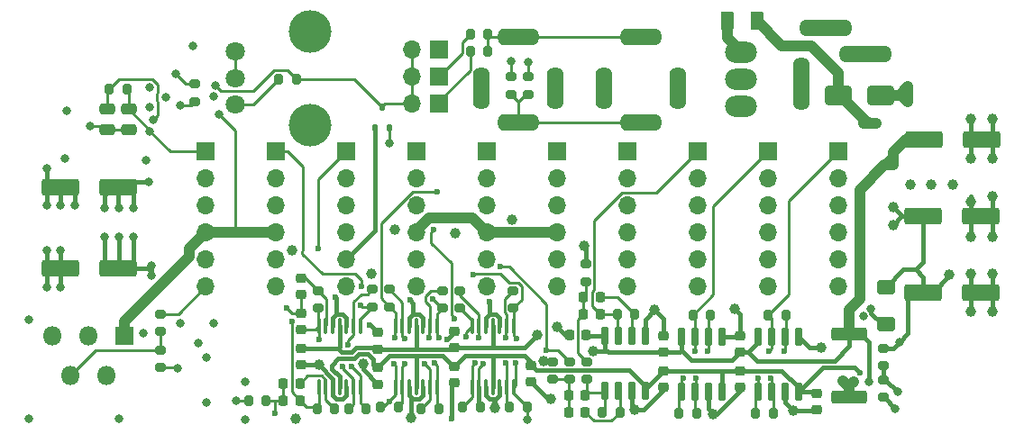
<source format=gtl>
G04 #@! TF.GenerationSoftware,KiCad,Pcbnew,7.0.9-69-ge1c0bddff3*
G04 #@! TF.CreationDate,2024-02-19T13:42:33+01:00*
G04 #@! TF.ProjectId,ASP_Backplane,4153505f-4261-4636-9b70-6c616e652e6b,B*
G04 #@! TF.SameCoordinates,Original*
G04 #@! TF.FileFunction,Copper,L1,Top*
G04 #@! TF.FilePolarity,Positive*
%FSLAX46Y46*%
G04 Gerber Fmt 4.6, Leading zero omitted, Abs format (unit mm)*
G04 Created by KiCad (PCBNEW 7.0.9-69-ge1c0bddff3) date 2024-02-19 13:42:33*
%MOMM*%
%LPD*%
G01*
G04 APERTURE LIST*
G04 Aperture macros list*
%AMRoundRect*
0 Rectangle with rounded corners*
0 $1 Rounding radius*
0 $2 $3 $4 $5 $6 $7 $8 $9 X,Y pos of 4 corners*
0 Add a 4 corners polygon primitive as box body*
4,1,4,$2,$3,$4,$5,$6,$7,$8,$9,$2,$3,0*
0 Add four circle primitives for the rounded corners*
1,1,$1+$1,$2,$3*
1,1,$1+$1,$4,$5*
1,1,$1+$1,$6,$7*
1,1,$1+$1,$8,$9*
0 Add four rect primitives between the rounded corners*
20,1,$1+$1,$2,$3,$4,$5,0*
20,1,$1+$1,$4,$5,$6,$7,0*
20,1,$1+$1,$6,$7,$8,$9,0*
20,1,$1+$1,$8,$9,$2,$3,0*%
G04 Aperture macros list end*
G04 #@! TA.AperFunction,SMDPad,CuDef*
%ADD10RoundRect,0.100000X-0.100000X0.637500X-0.100000X-0.637500X0.100000X-0.637500X0.100000X0.637500X0*%
G04 #@! TD*
G04 #@! TA.AperFunction,ComponentPad*
%ADD11O,4.000000X1.600000*%
G04 #@! TD*
G04 #@! TA.AperFunction,ComponentPad*
%ADD12O,1.600000X4.000000*%
G04 #@! TD*
G04 #@! TA.AperFunction,SMDPad,CuDef*
%ADD13RoundRect,0.112500X-0.112500X-0.237500X0.112500X-0.237500X0.112500X0.237500X-0.112500X0.237500X0*%
G04 #@! TD*
G04 #@! TA.AperFunction,SMDPad,CuDef*
%ADD14RoundRect,0.250000X-1.000000X-0.650000X1.000000X-0.650000X1.000000X0.650000X-1.000000X0.650000X0*%
G04 #@! TD*
G04 #@! TA.AperFunction,ComponentPad*
%ADD15R,1.700000X1.700000*%
G04 #@! TD*
G04 #@! TA.AperFunction,ComponentPad*
%ADD16O,1.700000X1.700000*%
G04 #@! TD*
G04 #@! TA.AperFunction,SMDPad,CuDef*
%ADD17RoundRect,0.225000X0.250000X-0.225000X0.250000X0.225000X-0.250000X0.225000X-0.250000X-0.225000X0*%
G04 #@! TD*
G04 #@! TA.AperFunction,SMDPad,CuDef*
%ADD18RoundRect,0.150000X0.150000X-0.725000X0.150000X0.725000X-0.150000X0.725000X-0.150000X-0.725000X0*%
G04 #@! TD*
G04 #@! TA.AperFunction,SMDPad,CuDef*
%ADD19RoundRect,0.200000X0.200000X0.275000X-0.200000X0.275000X-0.200000X-0.275000X0.200000X-0.275000X0*%
G04 #@! TD*
G04 #@! TA.AperFunction,SMDPad,CuDef*
%ADD20RoundRect,0.225000X-0.225000X-0.250000X0.225000X-0.250000X0.225000X0.250000X-0.225000X0.250000X0*%
G04 #@! TD*
G04 #@! TA.AperFunction,SMDPad,CuDef*
%ADD21RoundRect,0.200000X-0.275000X0.200000X-0.275000X-0.200000X0.275000X-0.200000X0.275000X0.200000X0*%
G04 #@! TD*
G04 #@! TA.AperFunction,SMDPad,CuDef*
%ADD22RoundRect,0.250000X1.500000X0.550000X-1.500000X0.550000X-1.500000X-0.550000X1.500000X-0.550000X0*%
G04 #@! TD*
G04 #@! TA.AperFunction,SMDPad,CuDef*
%ADD23RoundRect,0.200000X0.275000X-0.200000X0.275000X0.200000X-0.275000X0.200000X-0.275000X-0.200000X0*%
G04 #@! TD*
G04 #@! TA.AperFunction,SMDPad,CuDef*
%ADD24RoundRect,0.225000X-0.250000X0.225000X-0.250000X-0.225000X0.250000X-0.225000X0.250000X0.225000X0*%
G04 #@! TD*
G04 #@! TA.AperFunction,SMDPad,CuDef*
%ADD25RoundRect,0.225000X0.225000X0.250000X-0.225000X0.250000X-0.225000X-0.250000X0.225000X-0.250000X0*%
G04 #@! TD*
G04 #@! TA.AperFunction,SMDPad,CuDef*
%ADD26RoundRect,0.200000X-0.200000X-0.275000X0.200000X-0.275000X0.200000X0.275000X-0.200000X0.275000X0*%
G04 #@! TD*
G04 #@! TA.AperFunction,SMDPad,CuDef*
%ADD27RoundRect,0.250000X-0.375000X-0.625000X0.375000X-0.625000X0.375000X0.625000X-0.375000X0.625000X0*%
G04 #@! TD*
G04 #@! TA.AperFunction,SMDPad,CuDef*
%ADD28RoundRect,0.250000X0.475000X-0.250000X0.475000X0.250000X-0.475000X0.250000X-0.475000X-0.250000X0*%
G04 #@! TD*
G04 #@! TA.AperFunction,SMDPad,CuDef*
%ADD29RoundRect,0.250000X1.425000X-0.362500X1.425000X0.362500X-1.425000X0.362500X-1.425000X-0.362500X0*%
G04 #@! TD*
G04 #@! TA.AperFunction,SMDPad,CuDef*
%ADD30RoundRect,0.250000X0.600000X-0.400000X0.600000X0.400000X-0.600000X0.400000X-0.600000X-0.400000X0*%
G04 #@! TD*
G04 #@! TA.AperFunction,ComponentPad*
%ADD31O,1.800000X1.800000*%
G04 #@! TD*
G04 #@! TA.AperFunction,ComponentPad*
%ADD32R,1.800000X1.800000*%
G04 #@! TD*
G04 #@! TA.AperFunction,ComponentPad*
%ADD33O,1.600000X5.000000*%
G04 #@! TD*
G04 #@! TA.AperFunction,ComponentPad*
%ADD34O,5.000000X1.600000*%
G04 #@! TD*
G04 #@! TA.AperFunction,WasherPad*
%ADD35C,4.000000*%
G04 #@! TD*
G04 #@! TA.AperFunction,ComponentPad*
%ADD36C,1.800000*%
G04 #@! TD*
G04 #@! TA.AperFunction,ComponentPad*
%ADD37O,3.000000X2.000000*%
G04 #@! TD*
G04 #@! TA.AperFunction,SMDPad,CuDef*
%ADD38RoundRect,0.250000X-1.500000X-0.550000X1.500000X-0.550000X1.500000X0.550000X-1.500000X0.550000X0*%
G04 #@! TD*
G04 #@! TA.AperFunction,ViaPad*
%ADD39C,0.600000*%
G04 #@! TD*
G04 #@! TA.AperFunction,ViaPad*
%ADD40C,1.000000*%
G04 #@! TD*
G04 #@! TA.AperFunction,ViaPad*
%ADD41C,0.800000*%
G04 #@! TD*
G04 #@! TA.AperFunction,Conductor*
%ADD42C,0.400000*%
G04 #@! TD*
G04 #@! TA.AperFunction,Conductor*
%ADD43C,0.250000*%
G04 #@! TD*
G04 #@! TA.AperFunction,Conductor*
%ADD44C,1.000000*%
G04 #@! TD*
G04 APERTURE END LIST*
D10*
G04 #@! TO.P,U8,1*
G04 #@! TO.N,Net-(J12-Pin_1)*
X76050000Y-156437500D03*
G04 #@! TO.P,U8,2,-*
G04 #@! TO.N,Net-(U8A--)*
X75400000Y-156437500D03*
G04 #@! TO.P,U8,3,+*
G04 #@! TO.N,GND*
X74750000Y-156437500D03*
G04 #@! TO.P,U8,4,V+*
G04 #@! TO.N,+12V*
X74100000Y-156437500D03*
G04 #@! TO.P,U8,5,+*
G04 #@! TO.N,GND*
X73450000Y-156437500D03*
G04 #@! TO.P,U8,6,-*
G04 #@! TO.N,Net-(U8B--)*
X72800000Y-156437500D03*
G04 #@! TO.P,U8,7*
G04 #@! TO.N,Net-(J11-Pin_1)*
X72150000Y-156437500D03*
G04 #@! TO.P,U8,8*
G04 #@! TO.N,Net-(C46-Pad2)*
X72150000Y-162162500D03*
G04 #@! TO.P,U8,9,-*
G04 #@! TO.N,Net-(U8C--)*
X72800000Y-162162500D03*
G04 #@! TO.P,U8,10,+*
G04 #@! TO.N,GND*
X73450000Y-162162500D03*
G04 #@! TO.P,U8,11,V-*
G04 #@! TO.N,-10V*
X74100000Y-162162500D03*
G04 #@! TO.P,U8,12,+*
G04 #@! TO.N,GND*
X74750000Y-162162500D03*
G04 #@! TO.P,U8,13,-*
G04 #@! TO.N,Net-(U8D--)*
X75400000Y-162162500D03*
G04 #@! TO.P,U8,14*
G04 #@! TO.N,Net-(C47-Pad2)*
X76050000Y-162162500D03*
G04 #@! TD*
D11*
G04 #@! TO.P,J3,2*
G04 #@! TO.N,Net-(J2-Pad2)*
X102400000Y-137300000D03*
D12*
G04 #@! TO.P,J3,4*
G04 #@! TO.N,unconnected-(J3-Pad4)*
X98900000Y-134100000D03*
G04 #@! TO.P,J3,1*
G04 #@! TO.N,GND*
X105900000Y-134100000D03*
D11*
G04 #@! TO.P,J3,5*
G04 #@! TO.N,Net-(J2-Pad5)*
X102400000Y-129200000D03*
G04 #@! TD*
G04 #@! TO.P,J2,2*
G04 #@! TO.N,Net-(J2-Pad2)*
X90900000Y-137300000D03*
D12*
G04 #@! TO.P,J2,4*
G04 #@! TO.N,unconnected-(J2-Pad4)*
X87400000Y-134100000D03*
G04 #@! TO.P,J2,1*
G04 #@! TO.N,GND*
X94400000Y-134100000D03*
D11*
G04 #@! TO.P,J2,5*
G04 #@! TO.N,Net-(J2-Pad5)*
X90900000Y-129200000D03*
G04 #@! TD*
D13*
G04 #@! TO.P,D4,1,A*
G04 #@! TO.N,-10V*
X77450000Y-137800000D03*
G04 #@! TO.P,D4,2,K*
G04 #@! TO.N,+12V*
X78750000Y-137800000D03*
G04 #@! TO.P,D4,3,C*
G04 #@! TO.N,Net-(D4-C)*
X78100000Y-135800000D03*
G04 #@! TD*
D14*
G04 #@! TO.P,D1,1,K*
G04 #@! TO.N,Net-(D1-K)*
X120950000Y-134700000D03*
G04 #@! TO.P,D1,2,A*
G04 #@! TO.N,GND*
X124950000Y-134700000D03*
G04 #@! TD*
D15*
G04 #@! TO.P,J10,1,Pin_1*
G04 #@! TO.N,Net-(J10-Pin_1)*
X81325000Y-140000000D03*
D16*
G04 #@! TO.P,J10,2,Pin_2*
G04 #@! TO.N,GND*
X81325000Y-142540000D03*
G04 #@! TO.P,J10,3,Pin_3*
G04 #@! TO.N,unconnected-(J10-Pin_3-Pad3)*
X81325000Y-145080000D03*
G04 #@! TO.P,J10,4,Pin_4*
G04 #@! TO.N,+12V*
X81325000Y-147620000D03*
G04 #@! TO.P,J10,5,Pin_5*
G04 #@! TO.N,-10V*
X81325000Y-150160000D03*
G04 #@! TO.P,J10,6,Pin_6*
G04 #@! TO.N,+5V*
X81325000Y-152700000D03*
G04 #@! TD*
D17*
G04 #@! TO.P,C8,1*
G04 #@! TO.N,+12V*
X77700000Y-158575000D03*
G04 #@! TO.P,C8,2*
G04 #@! TO.N,GND*
X77700000Y-157025000D03*
G04 #@! TD*
D18*
G04 #@! TO.P,U5,1*
G04 #@! TO.N,Net-(C39-Pad2)*
X113395000Y-162575000D03*
G04 #@! TO.P,U5,2,-*
G04 #@! TO.N,Net-(U5A--)*
X114665000Y-162575000D03*
G04 #@! TO.P,U5,3,+*
G04 #@! TO.N,GND*
X115935000Y-162575000D03*
G04 #@! TO.P,U5,4,V-*
G04 #@! TO.N,-10V*
X117205000Y-162575000D03*
G04 #@! TO.P,U5,5,+*
G04 #@! TO.N,GND*
X117205000Y-157425000D03*
G04 #@! TO.P,U5,6,-*
G04 #@! TO.N,Net-(U5B--)*
X115935000Y-157425000D03*
G04 #@! TO.P,U5,7*
G04 #@! TO.N,Net-(J4-Pin_1)*
X114665000Y-157425000D03*
G04 #@! TO.P,U5,8,V+*
G04 #@! TO.N,+12V*
X113395000Y-157425000D03*
G04 #@! TD*
D19*
G04 #@! TO.P,R7,1*
G04 #@! TO.N,Net-(J2-Pad5)*
X88025000Y-129000000D03*
G04 #@! TO.P,R7,2*
G04 #@! TO.N,Net-(JP3-A)*
X86375000Y-129000000D03*
G04 #@! TD*
G04 #@! TO.P,R36,1*
G04 #@! TO.N,Net-(U5A--)*
X114825000Y-164600000D03*
G04 #@! TO.P,R36,2*
G04 #@! TO.N,Net-(C39-Pad2)*
X113175000Y-164600000D03*
G04 #@! TD*
G04 #@! TO.P,R68,1*
G04 #@! TO.N,Net-(U7B--)*
X101825000Y-155300000D03*
G04 #@! TO.P,R68,2*
G04 #@! TO.N,Net-(J6-Pin_1)*
X100175000Y-155300000D03*
G04 #@! TD*
D20*
G04 #@! TO.P,C61,1*
G04 #@! TO.N,Net-(C51-Pad1)*
X97025000Y-153700000D03*
G04 #@! TO.P,C61,2*
G04 #@! TO.N,Net-(U7B--)*
X98575000Y-153700000D03*
G04 #@! TD*
G04 #@! TO.P,C51,1*
G04 #@! TO.N,Net-(C51-Pad1)*
X97025000Y-155300000D03*
G04 #@! TO.P,C51,2*
G04 #@! TO.N,Net-(J6-Pin_1)*
X98575000Y-155300000D03*
G04 #@! TD*
D21*
G04 #@! TO.P,R71,1*
G04 #@! TO.N,Net-(U9B--)*
X78800000Y-152975000D03*
G04 #@! TO.P,R71,2*
G04 #@! TO.N,Net-(J9-Pin_1)*
X78800000Y-154625000D03*
G04 #@! TD*
G04 #@! TO.P,R18,1*
G04 #@! TO.N,Net-(R16-Pad1)*
X95700000Y-159775000D03*
G04 #@! TO.P,R18,2*
G04 #@! TO.N,Net-(C31-Pad1)*
X95700000Y-161425000D03*
G04 #@! TD*
D22*
G04 #@! TO.P,C19,1*
G04 #@! TO.N,+5V*
X53300000Y-143400000D03*
G04 #@! TO.P,C19,2*
G04 #@! TO.N,GND*
X47900000Y-143400000D03*
G04 #@! TD*
D23*
G04 #@! TO.P,R4,1*
G04 #@! TO.N,Net-(J2-Pad2)*
X91800000Y-134625000D03*
G04 #@! TO.P,R4,2*
G04 #@! TO.N,Net-(JP1-A)*
X91800000Y-132975000D03*
G04 #@! TD*
D15*
G04 #@! TO.P,J9,1,Pin_1*
G04 #@! TO.N,Net-(J9-Pin_1)*
X87925000Y-140000000D03*
D16*
G04 #@! TO.P,J9,2,Pin_2*
G04 #@! TO.N,GND*
X87925000Y-142540000D03*
G04 #@! TO.P,J9,3,Pin_3*
G04 #@! TO.N,unconnected-(J9-Pin_3-Pad3)*
X87925000Y-145080000D03*
G04 #@! TO.P,J9,4,Pin_4*
G04 #@! TO.N,+12V*
X87925000Y-147620000D03*
G04 #@! TO.P,J9,5,Pin_5*
G04 #@! TO.N,-10V*
X87925000Y-150160000D03*
G04 #@! TO.P,J9,6,Pin_6*
G04 #@! TO.N,+5V*
X87925000Y-152700000D03*
G04 #@! TD*
D15*
G04 #@! TO.P,J7,1,Pin_1*
G04 #@! TO.N,Net-(J7-Pin_1)*
X101125000Y-140000000D03*
D16*
G04 #@! TO.P,J7,2,Pin_2*
G04 #@! TO.N,GND*
X101125000Y-142540000D03*
G04 #@! TO.P,J7,3,Pin_3*
G04 #@! TO.N,unconnected-(J7-Pin_3-Pad3)*
X101125000Y-145080000D03*
G04 #@! TO.P,J7,4,Pin_4*
G04 #@! TO.N,+12V*
X101125000Y-147620000D03*
G04 #@! TO.P,J7,5,Pin_5*
G04 #@! TO.N,-10V*
X101125000Y-150160000D03*
G04 #@! TO.P,J7,6,Pin_6*
G04 #@! TO.N,+5V*
X101125000Y-152700000D03*
G04 #@! TD*
D17*
G04 #@! TO.P,C16,1*
G04 #@! TO.N,GND*
X104500000Y-162175000D03*
G04 #@! TO.P,C16,2*
G04 #@! TO.N,-10V*
X104500000Y-160625000D03*
G04 #@! TD*
D10*
G04 #@! TO.P,U9,1*
G04 #@! TO.N,Net-(C44-Pad2)*
X83250000Y-156437500D03*
G04 #@! TO.P,U9,2,-*
G04 #@! TO.N,Net-(U9A--)*
X82600000Y-156437500D03*
G04 #@! TO.P,U9,3,+*
G04 #@! TO.N,GND*
X81950000Y-156437500D03*
G04 #@! TO.P,U9,4,V+*
G04 #@! TO.N,+12V*
X81300000Y-156437500D03*
G04 #@! TO.P,U9,5,+*
G04 #@! TO.N,GND*
X80650000Y-156437500D03*
G04 #@! TO.P,U9,6,-*
G04 #@! TO.N,Net-(U9B--)*
X80000000Y-156437500D03*
G04 #@! TO.P,U9,7*
G04 #@! TO.N,Net-(J9-Pin_1)*
X79350000Y-156437500D03*
G04 #@! TO.P,U9,8*
G04 #@! TO.N,Net-(C45-Pad2)*
X79350000Y-162162500D03*
G04 #@! TO.P,U9,9,-*
G04 #@! TO.N,Net-(U9C--)*
X80000000Y-162162500D03*
G04 #@! TO.P,U9,10,+*
G04 #@! TO.N,GND*
X80650000Y-162162500D03*
G04 #@! TO.P,U9,11,V-*
G04 #@! TO.N,-10V*
X81300000Y-162162500D03*
G04 #@! TO.P,U9,12,+*
G04 #@! TO.N,GND*
X81950000Y-162162500D03*
G04 #@! TO.P,U9,13,-*
G04 #@! TO.N,Net-(U9D--)*
X82600000Y-162162500D03*
G04 #@! TO.P,U9,14*
G04 #@! TO.N,Net-(J10-Pin_1)*
X83250000Y-162162500D03*
G04 #@! TD*
D20*
G04 #@! TO.P,C31,1*
G04 #@! TO.N,Net-(C31-Pad1)*
X95625000Y-164500000D03*
G04 #@! TO.P,C31,2*
G04 #@! TO.N,Net-(U7A--)*
X97175000Y-164500000D03*
G04 #@! TD*
D24*
G04 #@! TO.P,C56,1*
G04 #@! TO.N,Net-(C56-Pad1)*
X70500000Y-155225000D03*
G04 #@! TO.P,C56,2*
G04 #@! TO.N,Net-(J11-Pin_1)*
X70500000Y-156775000D03*
G04 #@! TD*
D21*
G04 #@! TO.P,R12,1*
G04 #@! TO.N,+5V*
X57300000Y-155275000D03*
G04 #@! TO.P,R12,2*
G04 #@! TO.N,Net-(U3-FB)*
X57300000Y-156925000D03*
G04 #@! TD*
D17*
G04 #@! TO.P,C20,1*
G04 #@! TO.N,+12V*
X104500000Y-158875000D03*
G04 #@! TO.P,C20,2*
G04 #@! TO.N,GND*
X104500000Y-157325000D03*
G04 #@! TD*
D23*
G04 #@! TO.P,R6,1*
G04 #@! TO.N,Net-(J2-Pad2)*
X90200000Y-134625000D03*
G04 #@! TO.P,R6,2*
G04 #@! TO.N,Net-(JP3-A)*
X90200000Y-132975000D03*
G04 #@! TD*
D25*
G04 #@! TO.P,C15,1*
G04 #@! TO.N,+12V*
X97275000Y-157300000D03*
G04 #@! TO.P,C15,2*
G04 #@! TO.N,GND*
X95725000Y-157300000D03*
G04 #@! TD*
D19*
G04 #@! TO.P,R14,1*
G04 #@! TO.N,Net-(D4-C)*
X70025000Y-133200000D03*
G04 #@! TO.P,R14,2*
G04 #@! TO.N,Net-(R14-Pad2)*
X68375000Y-133200000D03*
G04 #@! TD*
D24*
G04 #@! TO.P,C6,1*
G04 #@! TO.N,+12V*
X70500000Y-158525000D03*
G04 #@! TO.P,C6,2*
G04 #@! TO.N,GND*
X70500000Y-160075000D03*
G04 #@! TD*
D26*
G04 #@! TO.P,R40,1*
G04 #@! TO.N,Net-(U10D--)*
X90075000Y-164000000D03*
G04 #@! TO.P,R40,2*
G04 #@! TO.N,Net-(C43-Pad2)*
X91725000Y-164000000D03*
G04 #@! TD*
D10*
G04 #@! TO.P,U10,1*
G04 #@! TO.N,Net-(C42-Pad2)*
X90450000Y-156437500D03*
G04 #@! TO.P,U10,2,-*
G04 #@! TO.N,Net-(U10A--)*
X89800000Y-156437500D03*
G04 #@! TO.P,U10,3,+*
G04 #@! TO.N,GND*
X89150000Y-156437500D03*
G04 #@! TO.P,U10,4,V+*
G04 #@! TO.N,+12V*
X88500000Y-156437500D03*
G04 #@! TO.P,U10,5,+*
G04 #@! TO.N,GND*
X87850000Y-156437500D03*
G04 #@! TO.P,U10,6,-*
G04 #@! TO.N,Net-(U10B--)*
X87200000Y-156437500D03*
G04 #@! TO.P,U10,7*
G04 #@! TO.N,Net-(J7-Pin_1)*
X86550000Y-156437500D03*
G04 #@! TO.P,U10,8*
G04 #@! TO.N,Net-(J8-Pin_1)*
X86550000Y-162162500D03*
G04 #@! TO.P,U10,9,-*
G04 #@! TO.N,Net-(U10C--)*
X87200000Y-162162500D03*
G04 #@! TO.P,U10,10,+*
G04 #@! TO.N,GND*
X87850000Y-162162500D03*
G04 #@! TO.P,U10,11,V-*
G04 #@! TO.N,-10V*
X88500000Y-162162500D03*
G04 #@! TO.P,U10,12,+*
G04 #@! TO.N,GND*
X89150000Y-162162500D03*
G04 #@! TO.P,U10,13,-*
G04 #@! TO.N,Net-(U10D--)*
X89800000Y-162162500D03*
G04 #@! TO.P,U10,14*
G04 #@! TO.N,Net-(C43-Pad2)*
X90450000Y-162162500D03*
G04 #@! TD*
D15*
G04 #@! TO.P,J12,1,Pin_1*
G04 #@! TO.N,Net-(J12-Pin_1)*
X68125000Y-140000000D03*
D16*
G04 #@! TO.P,J12,2,Pin_2*
G04 #@! TO.N,GND*
X68125000Y-142540000D03*
G04 #@! TO.P,J12,3,Pin_3*
G04 #@! TO.N,unconnected-(J12-Pin_3-Pad3)*
X68125000Y-145080000D03*
G04 #@! TO.P,J12,4,Pin_4*
G04 #@! TO.N,+12V*
X68125000Y-147620000D03*
G04 #@! TO.P,J12,5,Pin_5*
G04 #@! TO.N,-10V*
X68125000Y-150160000D03*
G04 #@! TO.P,J12,6,Pin_6*
G04 #@! TO.N,+5V*
X68125000Y-152700000D03*
G04 #@! TD*
D21*
G04 #@! TO.P,R11,2*
G04 #@! TO.N,GND*
X125200000Y-163125000D03*
G04 #@! TO.P,R11,1*
G04 #@! TO.N,Net-(U2-Vfb)*
X125200000Y-161475000D03*
G04 #@! TD*
D19*
G04 #@! TO.P,R67,1*
G04 #@! TO.N,Net-(U6B--)*
X108925000Y-155400000D03*
G04 #@! TO.P,R67,2*
G04 #@! TO.N,Net-(J5-Pin_1)*
X107275000Y-155400000D03*
G04 #@! TD*
D15*
G04 #@! TO.P,J13,1,Pin_1*
G04 #@! TO.N,Net-(J13-Pin_1)*
X61525000Y-140000000D03*
D16*
G04 #@! TO.P,J13,2,Pin_2*
G04 #@! TO.N,GND*
X61525000Y-142540000D03*
G04 #@! TO.P,J13,3,Pin_3*
G04 #@! TO.N,unconnected-(J13-Pin_3-Pad3)*
X61525000Y-145080000D03*
G04 #@! TO.P,J13,4,Pin_4*
G04 #@! TO.N,+12V*
X61525000Y-147620000D03*
G04 #@! TO.P,J13,5,Pin_5*
G04 #@! TO.N,-10V*
X61525000Y-150160000D03*
G04 #@! TO.P,J13,6,Pin_6*
G04 #@! TO.N,+5V*
X61525000Y-152700000D03*
G04 #@! TD*
D19*
G04 #@! TO.P,R38,1*
G04 #@! TO.N,Net-(U7A--)*
X100425000Y-164500000D03*
G04 #@! TO.P,R38,2*
G04 #@! TO.N,Net-(C41-Pad2)*
X98775000Y-164500000D03*
G04 #@! TD*
D21*
G04 #@! TO.P,R69,1*
G04 #@! TO.N,Net-(U10B--)*
X85400000Y-153075000D03*
G04 #@! TO.P,R69,2*
G04 #@! TO.N,Net-(J7-Pin_1)*
X85400000Y-154725000D03*
G04 #@! TD*
D19*
G04 #@! TO.P,R66,1*
G04 #@! TO.N,Net-(U5B--)*
X116025000Y-155400000D03*
G04 #@! TO.P,R66,2*
G04 #@! TO.N,Net-(J4-Pin_1)*
X114375000Y-155400000D03*
G04 #@! TD*
D15*
G04 #@! TO.P,J6,1,Pin_1*
G04 #@! TO.N,Net-(J6-Pin_1)*
X107725000Y-140000000D03*
D16*
G04 #@! TO.P,J6,2,Pin_2*
G04 #@! TO.N,GND*
X107725000Y-142540000D03*
G04 #@! TO.P,J6,3,Pin_3*
G04 #@! TO.N,unconnected-(J6-Pin_3-Pad3)*
X107725000Y-145080000D03*
G04 #@! TO.P,J6,4,Pin_4*
G04 #@! TO.N,+12V*
X107725000Y-147620000D03*
G04 #@! TO.P,J6,5,Pin_5*
G04 #@! TO.N,-10V*
X107725000Y-150160000D03*
G04 #@! TO.P,J6,6,Pin_6*
G04 #@! TO.N,+5V*
X107725000Y-152700000D03*
G04 #@! TD*
D15*
G04 #@! TO.P,J11,1,Pin_1*
G04 #@! TO.N,Net-(J11-Pin_1)*
X74725000Y-140000000D03*
D16*
G04 #@! TO.P,J11,2,Pin_2*
G04 #@! TO.N,GND*
X74725000Y-142540000D03*
G04 #@! TO.P,J11,3,Pin_3*
G04 #@! TO.N,unconnected-(J11-Pin_3-Pad3)*
X74725000Y-145080000D03*
G04 #@! TO.P,J11,4,Pin_4*
G04 #@! TO.N,+12V*
X74725000Y-147620000D03*
G04 #@! TO.P,J11,5,Pin_5*
G04 #@! TO.N,-10V*
X74725000Y-150160000D03*
G04 #@! TO.P,J11,6,Pin_6*
G04 #@! TO.N,+5V*
X74725000Y-152700000D03*
G04 #@! TD*
D27*
G04 #@! TO.P,F1,2*
G04 #@! TO.N,Net-(D1-K)*
X113300000Y-127750000D03*
G04 #@! TO.P,F1,1*
G04 #@! TO.N,Net-(SW1-A)*
X110500000Y-127750000D03*
G04 #@! TD*
D28*
G04 #@! TO.P,C68,1*
G04 #@! TO.N,Net-(C58-Pad1)*
X52300000Y-137950000D03*
G04 #@! TO.P,C68,2*
G04 #@! TO.N,Net-(U4C--)*
X52300000Y-136050000D03*
G04 #@! TD*
D22*
G04 #@! TO.P,C17,1*
G04 #@! TO.N,GND*
X134300000Y-153300000D03*
G04 #@! TO.P,C17,2*
G04 #@! TO.N,-10V*
X128900000Y-153300000D03*
G04 #@! TD*
D17*
G04 #@! TO.P,C13,1*
G04 #@! TO.N,GND*
X77700000Y-161875000D03*
G04 #@! TO.P,C13,2*
G04 #@! TO.N,-10V*
X77700000Y-160325000D03*
G04 #@! TD*
D19*
G04 #@! TO.P,R37,1*
G04 #@! TO.N,Net-(U6A--)*
X107625000Y-164600000D03*
G04 #@! TO.P,R37,2*
G04 #@! TO.N,Net-(C40-Pad2)*
X105975000Y-164600000D03*
G04 #@! TD*
D26*
G04 #@! TO.P,R75,1*
G04 #@! TO.N,Net-(U4C--)*
X52475000Y-134143630D03*
G04 #@! TO.P,R75,2*
G04 #@! TO.N,Net-(J13-Pin_1)*
X54125000Y-134143630D03*
G04 #@! TD*
D21*
G04 #@! TO.P,R8,2*
G04 #@! TO.N,Net-(U2-Vfb)*
X125200000Y-160150000D03*
G04 #@! TO.P,R8,1*
G04 #@! TO.N,-10V*
X125200000Y-158500000D03*
G04 #@! TD*
D20*
G04 #@! TO.P,C46,1*
G04 #@! TO.N,Net-(C36-Pad1)*
X68825000Y-163400000D03*
G04 #@! TO.P,C46,2*
G04 #@! TO.N,Net-(C46-Pad2)*
X70375000Y-163400000D03*
G04 #@! TD*
D19*
G04 #@! TO.P,R5,1*
G04 #@! TO.N,Net-(J2-Pad5)*
X88025000Y-130600000D03*
G04 #@! TO.P,R5,2*
G04 #@! TO.N,Net-(JP2-A)*
X86375000Y-130600000D03*
G04 #@! TD*
D23*
G04 #@! TO.P,R48,1*
G04 #@! TO.N,Net-(C41-Pad2)*
X97300000Y-161425000D03*
G04 #@! TO.P,R48,2*
G04 #@! TO.N,Net-(C51-Pad1)*
X97300000Y-159775000D03*
G04 #@! TD*
D15*
G04 #@! TO.P,J5,1,Pin_1*
G04 #@! TO.N,Net-(J5-Pin_1)*
X114325000Y-140000000D03*
D16*
G04 #@! TO.P,J5,2,Pin_2*
G04 #@! TO.N,GND*
X114325000Y-142540000D03*
G04 #@! TO.P,J5,3,Pin_3*
G04 #@! TO.N,unconnected-(J5-Pin_3-Pad3)*
X114325000Y-145080000D03*
G04 #@! TO.P,J5,4,Pin_4*
G04 #@! TO.N,+12V*
X114325000Y-147620000D03*
G04 #@! TO.P,J5,5,Pin_5*
G04 #@! TO.N,-10V*
X114325000Y-150160000D03*
G04 #@! TO.P,J5,6,Pin_6*
G04 #@! TO.N,+5V*
X114325000Y-152700000D03*
G04 #@! TD*
D17*
G04 #@! TO.P,C7,1*
G04 #@! TO.N,GND*
X118900000Y-164275000D03*
G04 #@! TO.P,C7,2*
G04 #@! TO.N,-10V*
X118900000Y-162725000D03*
G04 #@! TD*
D18*
G04 #@! TO.P,U6,1*
G04 #@! TO.N,Net-(C40-Pad2)*
X106195000Y-162575000D03*
G04 #@! TO.P,U6,2,-*
G04 #@! TO.N,Net-(U6A--)*
X107465000Y-162575000D03*
G04 #@! TO.P,U6,3,+*
G04 #@! TO.N,GND*
X108735000Y-162575000D03*
G04 #@! TO.P,U6,4,V-*
G04 #@! TO.N,-10V*
X110005000Y-162575000D03*
G04 #@! TO.P,U6,5,+*
G04 #@! TO.N,GND*
X110005000Y-157425000D03*
G04 #@! TO.P,U6,6,-*
G04 #@! TO.N,Net-(U6B--)*
X108735000Y-157425000D03*
G04 #@! TO.P,U6,7*
G04 #@! TO.N,Net-(J5-Pin_1)*
X107465000Y-157425000D03*
G04 #@! TO.P,U6,8,V+*
G04 #@! TO.N,+12V*
X106195000Y-157425000D03*
G04 #@! TD*
D26*
G04 #@! TO.P,R44,1*
G04 #@! TO.N,Net-(U8D--)*
X74975000Y-164200000D03*
G04 #@! TO.P,R44,2*
G04 #@! TO.N,Net-(C47-Pad2)*
X76625000Y-164200000D03*
G04 #@! TD*
D22*
G04 #@! TO.P,C26,1*
G04 #@! TO.N,+5V*
X53300000Y-151000000D03*
G04 #@! TO.P,C26,2*
G04 #@! TO.N,GND*
X47900000Y-151000000D03*
G04 #@! TD*
D21*
G04 #@! TO.P,R74,1*
G04 #@! TO.N,Net-(U8A--)*
X77200000Y-152975000D03*
G04 #@! TO.P,R74,2*
G04 #@! TO.N,Net-(J12-Pin_1)*
X77200000Y-154625000D03*
G04 #@! TD*
G04 #@! TO.P,R73,1*
G04 #@! TO.N,Net-(U8B--)*
X72100000Y-153075000D03*
G04 #@! TO.P,R73,2*
G04 #@! TO.N,Net-(J11-Pin_1)*
X72100000Y-154725000D03*
G04 #@! TD*
D29*
G04 #@! TO.P,R3,1*
G04 #@! TO.N,Net-(U2-DC)*
X122000000Y-163062500D03*
G04 #@! TO.P,R3,2*
G04 #@! TO.N,+12V*
X122000000Y-157137500D03*
G04 #@! TD*
D17*
G04 #@! TO.P,C66,1*
G04 #@! TO.N,Net-(C56-Pad1)*
X70500000Y-153475000D03*
G04 #@! TO.P,C66,2*
G04 #@! TO.N,Net-(U8B--)*
X70500000Y-151925000D03*
G04 #@! TD*
D20*
G04 #@! TO.P,C36,1*
G04 #@! TO.N,Net-(C36-Pad1)*
X68825000Y-161800000D03*
G04 #@! TO.P,C36,2*
G04 #@! TO.N,Net-(U8C--)*
X70375000Y-161800000D03*
G04 #@! TD*
D15*
G04 #@! TO.P,J8,1,Pin_1*
G04 #@! TO.N,Net-(J8-Pin_1)*
X94525000Y-140000000D03*
D16*
G04 #@! TO.P,J8,2,Pin_2*
G04 #@! TO.N,GND*
X94525000Y-142540000D03*
G04 #@! TO.P,J8,3,Pin_3*
G04 #@! TO.N,unconnected-(J8-Pin_3-Pad3)*
X94525000Y-145080000D03*
G04 #@! TO.P,J8,4,Pin_4*
G04 #@! TO.N,+12V*
X94525000Y-147620000D03*
G04 #@! TO.P,J8,5,Pin_5*
G04 #@! TO.N,-10V*
X94525000Y-150160000D03*
G04 #@! TO.P,J8,6,Pin_6*
G04 #@! TO.N,+5V*
X94525000Y-152700000D03*
G04 #@! TD*
D18*
G04 #@! TO.P,U7,1*
G04 #@! TO.N,Net-(C41-Pad2)*
X98995000Y-162475000D03*
G04 #@! TO.P,U7,2,-*
G04 #@! TO.N,Net-(U7A--)*
X100265000Y-162475000D03*
G04 #@! TO.P,U7,3,+*
G04 #@! TO.N,GND*
X101535000Y-162475000D03*
G04 #@! TO.P,U7,4,V-*
G04 #@! TO.N,-10V*
X102805000Y-162475000D03*
G04 #@! TO.P,U7,5,+*
G04 #@! TO.N,GND*
X102805000Y-157325000D03*
G04 #@! TO.P,U7,6,-*
G04 #@! TO.N,Net-(U7B--)*
X101535000Y-157325000D03*
G04 #@! TO.P,U7,7*
G04 #@! TO.N,Net-(J6-Pin_1)*
X100265000Y-157325000D03*
G04 #@! TO.P,U7,8,V+*
G04 #@! TO.N,+12V*
X98995000Y-157325000D03*
G04 #@! TD*
D15*
G04 #@! TO.P,J4,1,Pin_1*
G04 #@! TO.N,Net-(J4-Pin_1)*
X120925000Y-140000000D03*
D16*
G04 #@! TO.P,J4,2,Pin_2*
G04 #@! TO.N,GND*
X120925000Y-142540000D03*
G04 #@! TO.P,J4,3,Pin_3*
G04 #@! TO.N,unconnected-(J4-Pin_3-Pad3)*
X120925000Y-145080000D03*
G04 #@! TO.P,J4,4,Pin_4*
G04 #@! TO.N,+12V*
X120925000Y-147620000D03*
G04 #@! TO.P,J4,5,Pin_5*
G04 #@! TO.N,-10V*
X120925000Y-150160000D03*
G04 #@! TO.P,J4,6,Pin_6*
G04 #@! TO.N,+5V*
X120925000Y-152700000D03*
G04 #@! TD*
D21*
G04 #@! TO.P,R28,1*
G04 #@! TO.N,GND*
X94100000Y-159775000D03*
G04 #@! TO.P,R28,2*
G04 #@! TO.N,Net-(C31-Pad1)*
X94100000Y-161425000D03*
G04 #@! TD*
G04 #@! TO.P,R58,1*
G04 #@! TO.N,GND*
X97200000Y-150575000D03*
G04 #@! TO.P,R58,2*
G04 #@! TO.N,Net-(C51-Pad1)*
X97200000Y-152225000D03*
G04 #@! TD*
D17*
G04 #@! TO.P,C10,1*
G04 #@! TO.N,+12V*
X84900000Y-158475000D03*
G04 #@! TO.P,C10,2*
G04 #@! TO.N,GND*
X84900000Y-156925000D03*
G04 #@! TD*
D30*
G04 #@! TO.P,D5,1,K*
G04 #@! TO.N,Net-(D5-K)*
X125400000Y-156250000D03*
G04 #@! TO.P,D5,2,A*
G04 #@! TO.N,-10V*
X125400000Y-152750000D03*
G04 #@! TD*
D17*
G04 #@! TO.P,C11,1*
G04 #@! TO.N,GND*
X92100000Y-161675000D03*
G04 #@! TO.P,C11,2*
G04 #@! TO.N,-10V*
X92100000Y-160125000D03*
G04 #@! TD*
D21*
G04 #@! TO.P,R39,1*
G04 #@! TO.N,Net-(U10A--)*
X90400000Y-153075000D03*
G04 #@! TO.P,R39,2*
G04 #@! TO.N,Net-(C42-Pad2)*
X90400000Y-154725000D03*
G04 #@! TD*
D31*
G04 #@! TO.P,U3,5,~{ON}/OFF*
G04 #@! TO.N,GND*
X47100000Y-157350000D03*
G04 #@! TO.P,U3,4,FB*
G04 #@! TO.N,Net-(U3-FB)*
X48800000Y-161050000D03*
G04 #@! TO.P,U3,3,GND*
G04 #@! TO.N,GND*
X50500000Y-157350000D03*
G04 #@! TO.P,U3,2,OUT*
G04 #@! TO.N,Net-(D2-K)*
X52200000Y-161050000D03*
D32*
G04 #@! TO.P,U3,1,VIN*
G04 #@! TO.N,+12V*
X53900000Y-157350000D03*
G04 #@! TD*
D17*
G04 #@! TO.P,C12,1*
G04 #@! TO.N,+12V*
X111700000Y-158875000D03*
G04 #@! TO.P,C12,2*
G04 #@! TO.N,GND*
X111700000Y-157325000D03*
G04 #@! TD*
D19*
G04 #@! TO.P,R42,1*
G04 #@! TO.N,Net-(U9C--)*
X79625000Y-164000000D03*
G04 #@! TO.P,R42,2*
G04 #@! TO.N,Net-(C45-Pad2)*
X77975000Y-164000000D03*
G04 #@! TD*
D17*
G04 #@! TO.P,C9,1*
G04 #@! TO.N,GND*
X84900000Y-161775000D03*
G04 #@! TO.P,C9,2*
G04 #@! TO.N,-10V*
X84900000Y-160225000D03*
G04 #@! TD*
D22*
G04 #@! TO.P,C22,1*
G04 #@! TO.N,GND*
X134300000Y-146100000D03*
G04 #@! TO.P,C22,2*
G04 #@! TO.N,-10V*
X128900000Y-146100000D03*
G04 #@! TD*
D19*
G04 #@! TO.P,R70,1*
G04 #@! TO.N,Net-(U10C--)*
X87325000Y-164000000D03*
G04 #@! TO.P,R70,2*
G04 #@! TO.N,Net-(J8-Pin_1)*
X85675000Y-164000000D03*
G04 #@! TD*
D26*
G04 #@! TO.P,R33,1*
G04 #@! TO.N,GND*
X65575000Y-163400000D03*
G04 #@! TO.P,R33,2*
G04 #@! TO.N,Net-(C36-Pad1)*
X67225000Y-163400000D03*
G04 #@! TD*
D17*
G04 #@! TO.P,C21,1*
G04 #@! TO.N,GND*
X111700000Y-162175000D03*
G04 #@! TO.P,C21,2*
G04 #@! TO.N,-10V*
X111700000Y-160625000D03*
G04 #@! TD*
D26*
G04 #@! TO.P,R72,1*
G04 #@! TO.N,Net-(U9D--)*
X81775000Y-164200000D03*
G04 #@! TO.P,R72,2*
G04 #@! TO.N,Net-(J10-Pin_1)*
X83425000Y-164200000D03*
G04 #@! TD*
D28*
G04 #@! TO.P,C58,1*
G04 #@! TO.N,Net-(C58-Pad1)*
X54300000Y-137950000D03*
G04 #@! TO.P,C58,2*
G04 #@! TO.N,Net-(J13-Pin_1)*
X54300000Y-136050000D03*
G04 #@! TD*
D20*
G04 #@! TO.P,C41,1*
G04 #@! TO.N,Net-(C31-Pad1)*
X95625000Y-162900000D03*
G04 #@! TO.P,C41,2*
G04 #@! TO.N,Net-(C41-Pad2)*
X97175000Y-162900000D03*
G04 #@! TD*
D21*
G04 #@! TO.P,R41,1*
G04 #@! TO.N,Net-(U9A--)*
X83800000Y-153075000D03*
G04 #@! TO.P,R41,2*
G04 #@! TO.N,Net-(C44-Pad2)*
X83800000Y-154725000D03*
G04 #@! TD*
D19*
G04 #@! TO.P,R43,1*
G04 #@! TO.N,Net-(U8C--)*
X73625000Y-164200000D03*
G04 #@! TO.P,R43,2*
G04 #@! TO.N,Net-(C46-Pad2)*
X71975000Y-164200000D03*
G04 #@! TD*
D21*
G04 #@! TO.P,R13,1*
G04 #@! TO.N,Net-(U3-FB)*
X57300000Y-158675000D03*
G04 #@! TO.P,R13,2*
G04 #@! TO.N,GND*
X57300000Y-160325000D03*
G04 #@! TD*
D33*
G04 #@! TO.P,J1,1*
G04 #@! TO.N,Net-(SW1-B)*
X117500000Y-133650000D03*
D34*
G04 #@! TO.P,J1,2*
G04 #@! TO.N,GND*
X119800000Y-128350000D03*
G04 #@! TO.P,J1,3*
G04 #@! TO.N,unconnected-(J1-Pad3)*
X123500000Y-130850000D03*
G04 #@! TD*
D35*
G04 #@! TO.P,RV1,*
G04 #@! TO.N,*
X71300000Y-128700000D03*
X71300000Y-137500000D03*
D36*
G04 #@! TO.P,RV1,1,1*
G04 #@! TO.N,Net-(R16-Pad1)*
X64300000Y-130600000D03*
G04 #@! TO.P,RV1,2,2*
X64300000Y-133100000D03*
G04 #@! TO.P,RV1,3,3*
G04 #@! TO.N,Net-(R14-Pad2)*
X64300000Y-135600000D03*
G04 #@! TD*
D15*
G04 #@! TO.P,JP3,1,A*
G04 #@! TO.N,Net-(JP3-A)*
X83475000Y-132960000D03*
D16*
G04 #@! TO.P,JP3,2,B*
G04 #@! TO.N,Net-(D4-C)*
X80935000Y-132960000D03*
G04 #@! TD*
D23*
G04 #@! TO.P,R15,1*
G04 #@! TO.N,Net-(U4B-+)*
X60500000Y-135325000D03*
G04 #@! TO.P,R15,2*
G04 #@! TO.N,GND*
X60500000Y-133675000D03*
G04 #@! TD*
D37*
G04 #@! TO.P,SW1,1,A*
G04 #@! TO.N,Net-(SW1-A)*
X111800000Y-130660000D03*
G04 #@! TO.P,SW1,2,B*
G04 #@! TO.N,Net-(SW1-B)*
X111800000Y-133200000D03*
G04 #@! TO.P,SW1,3,C*
G04 #@! TO.N,unconnected-(SW1-C-Pad3)*
X111800000Y-135740000D03*
G04 #@! TD*
D38*
G04 #@! TO.P,C2,1*
G04 #@! TO.N,+12V*
X129000000Y-138900000D03*
G04 #@! TO.P,C2,2*
G04 #@! TO.N,GND*
X134400000Y-138900000D03*
G04 #@! TD*
D15*
G04 #@! TO.P,JP2,1,A*
G04 #@! TO.N,Net-(JP2-A)*
X83475000Y-135500000D03*
D16*
G04 #@! TO.P,JP2,2,B*
G04 #@! TO.N,Net-(D4-C)*
X80935000Y-135500000D03*
G04 #@! TD*
D15*
G04 #@! TO.P,JP1,1,A*
G04 #@! TO.N,Net-(JP1-A)*
X83475000Y-130420000D03*
D16*
G04 #@! TO.P,JP1,2,B*
G04 #@! TO.N,Net-(D4-C)*
X80935000Y-130420000D03*
G04 #@! TD*
D39*
G04 #@! TO.N,Net-(J12-Pin_1)*
X76074463Y-154450000D03*
D40*
G04 #@! TO.N,+12V*
X126100000Y-141300000D03*
X126100000Y-140100000D03*
G04 #@! TO.N,Net-(D1-K)*
X124500000Y-137400000D03*
X123300000Y-137400000D03*
G04 #@! TO.N,GND*
X127500000Y-135350096D03*
X127500000Y-133900000D03*
X133400000Y-140700000D03*
D41*
X53400000Y-165100000D03*
X44900000Y-165100000D03*
X44900000Y-155800000D03*
X55700000Y-157100000D03*
X59100000Y-156200000D03*
X60800000Y-158000000D03*
X62300000Y-156200000D03*
D40*
X135400000Y-140700000D03*
X135400000Y-155100000D03*
X133400000Y-155100000D03*
X135400000Y-151500000D03*
X133400000Y-151500000D03*
X135400000Y-148000000D03*
X133400000Y-148000000D03*
X133400000Y-144725000D03*
X135400000Y-144200000D03*
X127700000Y-143125000D03*
X129700000Y-143125000D03*
X131700000Y-143125000D03*
X133400000Y-136900000D03*
X135400000Y-136900000D03*
G04 #@! TO.N,-10V*
X131400000Y-151600000D03*
X126100000Y-146900000D03*
X126100000Y-145200000D03*
D39*
X123000000Y-160804000D03*
D41*
X126700000Y-157900000D03*
G04 #@! TO.N,Net-(D5-K)*
X123300000Y-155500000D03*
X124000000Y-154800000D03*
G04 #@! TO.N,Net-(U2-Vfb)*
X126500000Y-162600000D03*
G04 #@! TO.N,GND*
X126300000Y-164200000D03*
G04 #@! TO.N,+12V*
X123800000Y-161700000D03*
G04 #@! TO.N,Net-(U2-DC)*
X122365570Y-161645677D03*
X121400000Y-161600000D03*
G04 #@! TO.N,GND*
X46600000Y-141600000D03*
X46600000Y-152800000D03*
X47900000Y-152800000D03*
X46600000Y-149300000D03*
X47900000Y-149300000D03*
X49200000Y-145100000D03*
X47900000Y-145100000D03*
X46600000Y-145100000D03*
G04 #@! TO.N,+5V*
X56400000Y-150700000D03*
X56391002Y-151708998D03*
X48300000Y-140700000D03*
X56200000Y-142900000D03*
X55900000Y-140800000D03*
X54700000Y-148000000D03*
X53400000Y-148000000D03*
X52000000Y-148000000D03*
X54700000Y-145300000D03*
X53400000Y-145300000D03*
X52000000Y-145300000D03*
G04 #@! TO.N,GND*
X65200000Y-161700000D03*
X65200000Y-165200000D03*
X61600000Y-159400000D03*
X61600000Y-163600000D03*
X58900000Y-160400000D03*
X64400000Y-163400000D03*
G04 #@! TO.N,+12V*
X78800000Y-139200000D03*
G04 #@! TO.N,-10V*
X57799996Y-134900000D03*
G04 #@! TO.N,GND*
X48500000Y-136200000D03*
G04 #@! TO.N,+12V*
X62800000Y-136500000D03*
G04 #@! TO.N,GND*
X62250837Y-134849163D03*
G04 #@! TO.N,Net-(U4B-+)*
X59100000Y-135700000D03*
G04 #@! TO.N,Net-(C58-Pad1)*
X50700000Y-137600000D03*
G04 #@! TO.N,Net-(J13-Pin_1)*
X56300000Y-138100000D03*
G04 #@! TO.N,Net-(U4C--)*
X56600000Y-137000000D03*
G04 #@! TO.N,GND*
X56300000Y-135800000D03*
X60300000Y-130100000D03*
X58700000Y-132700000D03*
X56300000Y-134000000D03*
G04 #@! TO.N,Net-(D4-C)*
X62433190Y-133811055D03*
G04 #@! TO.N,Net-(JP1-A)*
X91800000Y-131600000D03*
G04 #@! TO.N,Net-(JP3-A)*
X90200000Y-131550000D03*
D40*
G04 #@! TO.N,GND*
X90300000Y-146400000D03*
D39*
X84600000Y-165100000D03*
D40*
X103700000Y-154900000D03*
X93249925Y-159688253D03*
X119371170Y-158417170D03*
X94500000Y-156500000D03*
X69619987Y-149324000D03*
D39*
X88172913Y-154154758D03*
D40*
X111200000Y-154800000D03*
X116700000Y-164400000D03*
X80799707Y-165022180D03*
X88724500Y-164100000D03*
X72156427Y-160075000D03*
X101800000Y-164300000D03*
X76300000Y-159950500D03*
X70000000Y-165100000D03*
X109200000Y-164700000D03*
D39*
X76916380Y-156361526D03*
D40*
X93900000Y-163300000D03*
X77100000Y-151500000D03*
X79253971Y-147345987D03*
X85000000Y-147700000D03*
D39*
X84205200Y-157678114D03*
X80700000Y-153975500D03*
D40*
X97100000Y-148900000D03*
D39*
X73700000Y-153700000D03*
D40*
G04 #@! TO.N,+12V*
X92700000Y-157300000D03*
X97928772Y-158743198D03*
D39*
G04 #@! TO.N,Net-(U5A--)*
X114602815Y-161324500D03*
G04 #@! TO.N,Net-(U6A--)*
X107544412Y-161324500D03*
G04 #@! TO.N,Net-(U10A--)*
X89700000Y-157500000D03*
G04 #@! TO.N,Net-(U10D--)*
X89700000Y-159900000D03*
G04 #@! TO.N,Net-(U9A--)*
X82500000Y-157500000D03*
G04 #@! TO.N,Net-(U9C--)*
X80200000Y-160000000D03*
G04 #@! TO.N,Net-(C36-Pad1)*
X68000000Y-164600000D03*
G04 #@! TO.N,Net-(U8D--)*
X74400000Y-160200000D03*
G04 #@! TO.N,Net-(C39-Pad2)*
X113402815Y-161324500D03*
G04 #@! TO.N,Net-(C40-Pad2)*
X106344412Y-161324500D03*
G04 #@! TO.N,Net-(C42-Pad2)*
X86700000Y-151600000D03*
X90701489Y-157600000D03*
G04 #@! TO.N,Net-(C43-Pad2)*
X90600000Y-159900000D03*
D41*
X91700000Y-165200000D03*
D39*
G04 #@! TO.N,Net-(C44-Pad2)*
X83430040Y-157482330D03*
X82837720Y-153905004D03*
G04 #@! TO.N,Net-(C45-Pad2)*
X78766849Y-163488066D03*
X79200000Y-160000000D03*
G04 #@! TO.N,Net-(C46-Pad2)*
X69679000Y-156000000D03*
G04 #@! TO.N,Net-(C47-Pad2)*
X75200000Y-160200000D03*
G04 #@! TO.N,Net-(J4-Pin_1)*
X114400000Y-158800000D03*
G04 #@! TO.N,Net-(J5-Pin_1)*
X107500004Y-158800000D03*
G04 #@! TO.N,Net-(J7-Pin_1)*
X86000000Y-157400000D03*
G04 #@! TO.N,Net-(J8-Pin_1)*
X86800000Y-159900000D03*
G04 #@! TO.N,Net-(J9-Pin_1)*
X79300000Y-157500000D03*
X83300000Y-143800000D03*
G04 #@! TO.N,Net-(J10-Pin_1)*
X84900000Y-155700000D03*
X82925855Y-147390538D03*
X83000000Y-159900000D03*
G04 #@! TO.N,Net-(C56-Pad1)*
X69100000Y-154700000D03*
G04 #@! TO.N,Net-(J11-Pin_1)*
X72077915Y-149093767D03*
X72200000Y-157700000D03*
G04 #@! TO.N,Net-(J12-Pin_1)*
X76200000Y-152700000D03*
G04 #@! TO.N,Net-(U5B--)*
X115900000Y-158800000D03*
G04 #@! TO.N,Net-(U6B--)*
X108700000Y-158800000D03*
G04 #@! TO.N,Net-(U10B--)*
X87200000Y-157500000D03*
G04 #@! TO.N,Net-(U10C--)*
X87600000Y-160000000D03*
G04 #@! TO.N,Net-(U9B--)*
X80200000Y-157600000D03*
G04 #@! TO.N,Net-(U9D--)*
X82100000Y-160000000D03*
G04 #@! TO.N,Net-(U8A--)*
X74893776Y-158201488D03*
G04 #@! TO.N,Net-(R16-Pad1)*
X93500000Y-158690631D03*
X89161395Y-150846202D03*
G04 #@! TD*
D42*
G04 #@! TO.N,GND*
X77036526Y-156361526D02*
X77700000Y-157025000D01*
X76916380Y-156361526D02*
X77036526Y-156361526D01*
D43*
G04 #@! TO.N,Net-(R16-Pad1)*
X94615631Y-158690631D02*
X93500000Y-158690631D01*
X95700000Y-159775000D02*
X94615631Y-158690631D01*
X93524501Y-154347014D02*
X93524501Y-158666130D01*
X93524501Y-158666130D02*
X93500000Y-158690631D01*
X89161395Y-150846202D02*
X90023689Y-150846202D01*
X90023689Y-150846202D02*
X93524501Y-154347014D01*
G04 #@! TO.N,Net-(C41-Pad2)*
X98770000Y-162700000D02*
X98995000Y-162475000D01*
X97375000Y-162700000D02*
X98770000Y-162700000D01*
X97175000Y-162900000D02*
X97375000Y-162700000D01*
D42*
G04 #@! TO.N,+12V*
X97928772Y-158743198D02*
X97985574Y-158800000D01*
X97985574Y-158800000D02*
X99000000Y-158800000D01*
X98995000Y-158795000D02*
X99000000Y-158800000D01*
X98995000Y-157325000D02*
X98995000Y-158795000D01*
X99000000Y-158800000D02*
X99300000Y-158800000D01*
X99300000Y-158800000D02*
X99375000Y-158875000D01*
X99375000Y-158875000D02*
X104500000Y-158875000D01*
G04 #@! TO.N,GND*
X101600000Y-162540000D02*
X101535000Y-162475000D01*
X101600000Y-164100000D02*
X101600000Y-162540000D01*
X101800000Y-164300000D02*
X101600000Y-164100000D01*
D43*
G04 #@! TO.N,Net-(U8A--)*
X76766783Y-153408217D02*
X77200000Y-152975000D01*
G04 #@! TO.N,Net-(J12-Pin_1)*
X77200000Y-154625000D02*
X76249463Y-154625000D01*
G04 #@! TO.N,Net-(U8A--)*
X76155994Y-153408217D02*
X76766783Y-153408217D01*
X75400000Y-154164211D02*
X76155994Y-153408217D01*
G04 #@! TO.N,Net-(J12-Pin_1)*
X76249463Y-154625000D02*
X76074463Y-154450000D01*
G04 #@! TO.N,Net-(U8A--)*
X75400000Y-156437500D02*
X75400000Y-154164211D01*
G04 #@! TO.N,Net-(J12-Pin_1)*
X76050000Y-156437500D02*
X76050000Y-156650581D01*
X76100000Y-156487500D02*
X76050000Y-156437500D01*
X76100000Y-156500000D02*
X76100000Y-156487500D01*
D42*
G04 #@! TO.N,GND*
X84600000Y-162075000D02*
X84600000Y-165100000D01*
X84900000Y-161775000D02*
X84600000Y-162075000D01*
D43*
G04 #@! TO.N,Net-(U6B--)*
X108735000Y-158765000D02*
X108700000Y-158800000D01*
X108735000Y-157425000D02*
X108735000Y-158765000D01*
G04 #@! TO.N,Net-(J5-Pin_1)*
X107465000Y-158764996D02*
X107500004Y-158800000D01*
X107465000Y-157425000D02*
X107465000Y-158764996D01*
D42*
G04 #@! TO.N,+12V*
X107154000Y-159654000D02*
X106195000Y-158695000D01*
X110921000Y-159654000D02*
X107154000Y-159654000D01*
X111700000Y-158875000D02*
X110921000Y-159654000D01*
D43*
G04 #@! TO.N,Net-(U5B--)*
X115935000Y-158765000D02*
X115900000Y-158800000D01*
X115935000Y-157425000D02*
X115935000Y-158765000D01*
G04 #@! TO.N,Net-(J4-Pin_1)*
X114665000Y-158535000D02*
X114400000Y-158800000D01*
X114665000Y-157425000D02*
X114665000Y-158535000D01*
D44*
G04 #@! TO.N,+12V*
X87925000Y-147620000D02*
X86551000Y-146246000D01*
X82545066Y-146246000D02*
X81325000Y-147466066D01*
X86551000Y-146246000D02*
X82545066Y-146246000D01*
X81325000Y-147466066D02*
X81325000Y-147620000D01*
X125400000Y-141300000D02*
X126100000Y-140600000D01*
X126100000Y-141300000D02*
X126100000Y-140600000D01*
X126100000Y-140600000D02*
X126100000Y-140100000D01*
X125300000Y-141300000D02*
X125400000Y-141300000D01*
X125300000Y-141300000D02*
X126100000Y-141300000D01*
X123000000Y-143600000D02*
X125300000Y-141300000D01*
X127300000Y-138900000D02*
X126100000Y-140100000D01*
X129000000Y-138900000D02*
X127300000Y-138900000D01*
X123000000Y-153900000D02*
X123000000Y-143600000D01*
G04 #@! TO.N,Net-(D1-K)*
X123800000Y-137400000D02*
X124500000Y-137400000D01*
X123300000Y-136900000D02*
X123800000Y-137400000D01*
X123300000Y-136900000D02*
X123300000Y-137400000D01*
X121100000Y-134700000D02*
X123300000Y-136900000D01*
X120950000Y-134700000D02*
X121100000Y-134700000D01*
X123300000Y-137400000D02*
X124500000Y-137400000D01*
G04 #@! TO.N,GND*
X126700000Y-134700000D02*
X126849904Y-134700000D01*
X126849904Y-134700000D02*
X127500000Y-135350096D01*
X127500000Y-133900000D02*
X127500000Y-135350096D01*
X124950000Y-134700000D02*
X126700000Y-134700000D01*
X126700000Y-134700000D02*
X127500000Y-133900000D01*
G04 #@! TO.N,+12V*
X122000000Y-157137500D02*
X122000000Y-154900000D01*
X122000000Y-154900000D02*
X123000000Y-153900000D01*
D42*
G04 #@! TO.N,-10V*
X77450000Y-147435000D02*
X74725000Y-150160000D01*
X77450000Y-137800000D02*
X77450000Y-147435000D01*
D43*
G04 #@! TO.N,+12V*
X64300000Y-138000000D02*
X64300000Y-147620000D01*
X62800000Y-136500000D02*
X64300000Y-138000000D01*
D44*
X68125000Y-147620000D02*
X64300000Y-147620000D01*
X64300000Y-147620000D02*
X61525000Y-147620000D01*
X59975000Y-149925000D02*
X53900000Y-156000000D01*
X53900000Y-156000000D02*
X53900000Y-157350000D01*
X61525000Y-147620000D02*
X59975000Y-149170000D01*
X59975000Y-149170000D02*
X59975000Y-149925000D01*
D43*
G04 #@! TO.N,Net-(J11-Pin_1)*
X72077915Y-142647085D02*
X72077915Y-149093767D01*
X74725000Y-140000000D02*
X72077915Y-142647085D01*
G04 #@! TO.N,Net-(J10-Pin_1)*
X82685769Y-147630624D02*
X82925855Y-147390538D01*
X82685769Y-148602287D02*
X82685769Y-147630624D01*
X84599520Y-150516038D02*
X82685769Y-148602287D01*
X84599520Y-155299520D02*
X84599520Y-150516038D01*
X85000000Y-155700000D02*
X84599520Y-155299520D01*
D44*
G04 #@! TO.N,+12V*
X94525000Y-147620000D02*
X87925000Y-147620000D01*
D42*
G04 #@! TO.N,GND*
X135400000Y-136900000D02*
X135400000Y-138900000D01*
X135400000Y-138900000D02*
X134400000Y-138900000D01*
X135400000Y-140700000D02*
X135400000Y-138900000D01*
X133400000Y-138900000D02*
X134400000Y-138900000D01*
X133400000Y-137900000D02*
X133400000Y-138900000D01*
X133400000Y-140700000D02*
X133400000Y-137900000D01*
X133400000Y-136900000D02*
X133400000Y-137900000D01*
X133400000Y-145400000D02*
X134100000Y-146100000D01*
X133400000Y-144200000D02*
X133400000Y-145400000D01*
X135400000Y-144200000D02*
X135400000Y-146100000D01*
X135400000Y-146100000D02*
X134300000Y-146100000D01*
X135400000Y-148000000D02*
X135400000Y-146100000D01*
X134100000Y-146100000D02*
X134300000Y-146100000D01*
X133400000Y-146800000D02*
X134100000Y-146100000D01*
X133400000Y-148000000D02*
X133400000Y-146800000D01*
X133400000Y-151500000D02*
X133400000Y-153300000D01*
X135400000Y-151500000D02*
X135400000Y-153300000D01*
X135400000Y-153300000D02*
X134300000Y-153300000D01*
X135400000Y-155100000D02*
X135400000Y-153300000D01*
X133400000Y-153300000D02*
X134300000Y-153300000D01*
X133400000Y-155100000D02*
X133400000Y-153300000D01*
D44*
G04 #@! TO.N,Net-(U2-DC)*
X122000000Y-162011247D02*
X122365570Y-161645677D01*
D42*
G04 #@! TO.N,-10V*
X119480000Y-160300000D02*
X122496000Y-160300000D01*
X117205000Y-162575000D02*
X119480000Y-160300000D01*
D44*
G04 #@! TO.N,Net-(U2-DC)*
X122000000Y-162200000D02*
X122000000Y-162011247D01*
D42*
G04 #@! TO.N,-10V*
X122496000Y-160300000D02*
X123000000Y-160804000D01*
X127500000Y-157100000D02*
X127500000Y-153300000D01*
X126700000Y-157900000D02*
X127500000Y-157100000D01*
X127500000Y-153300000D02*
X128900000Y-153300000D01*
X129800000Y-153300000D02*
X131400000Y-151700000D01*
X131400000Y-151700000D02*
X131400000Y-151600000D01*
X128900000Y-153300000D02*
X129800000Y-153300000D01*
X126900000Y-146100000D02*
X126100000Y-146900000D01*
X128900000Y-146100000D02*
X126900000Y-146100000D01*
X127000000Y-146100000D02*
X126100000Y-145200000D01*
X128900000Y-146100000D02*
X127000000Y-146100000D01*
X128900000Y-150400000D02*
X128900000Y-146100000D01*
X128200000Y-151100000D02*
X128900000Y-150400000D01*
X128900000Y-151800000D02*
X128900000Y-153300000D01*
X128200000Y-151100000D02*
X128900000Y-151800000D01*
X127050000Y-151100000D02*
X128200000Y-151100000D01*
X125400000Y-152750000D02*
X127050000Y-151100000D01*
G04 #@! TO.N,+12V*
X122000000Y-158300000D02*
X122000000Y-157137500D01*
X113300000Y-159700000D02*
X120600000Y-159700000D01*
X120600000Y-159700000D02*
X122000000Y-158300000D01*
X112475000Y-158875000D02*
X113300000Y-159700000D01*
G04 #@! TO.N,GND*
X118197170Y-158417170D02*
X119371170Y-158417170D01*
X117205000Y-157425000D02*
X118197170Y-158417170D01*
D44*
G04 #@! TO.N,Net-(D1-K)*
X120950000Y-132650000D02*
X120950000Y-134700000D01*
X118400000Y-130100000D02*
X120950000Y-132650000D01*
X115650000Y-130100000D02*
X118400000Y-130100000D01*
X113300000Y-127750000D02*
X115650000Y-130100000D01*
G04 #@! TO.N,Net-(SW1-A)*
X110500000Y-129360000D02*
X111800000Y-130660000D01*
X110500000Y-127750000D02*
X110500000Y-129360000D01*
D42*
G04 #@! TO.N,-10V*
X125200000Y-158500000D02*
X126100000Y-158500000D01*
X126100000Y-158500000D02*
X126700000Y-157900000D01*
G04 #@! TO.N,Net-(D5-K)*
X124000000Y-155200000D02*
X124000000Y-154800000D01*
X125000000Y-156200000D02*
X124000000Y-155200000D01*
X125400000Y-156200000D02*
X125000000Y-156200000D01*
X125400000Y-156250000D02*
X125400000Y-156200000D01*
G04 #@! TO.N,Net-(U2-Vfb)*
X125200000Y-161475000D02*
X125375000Y-161475000D01*
X125375000Y-161475000D02*
X126500000Y-162600000D01*
X125200000Y-160150000D02*
X125200000Y-161475000D01*
G04 #@! TO.N,GND*
X125225000Y-163125000D02*
X126300000Y-164200000D01*
X125200000Y-163125000D02*
X125225000Y-163125000D01*
G04 #@! TO.N,+12V*
X123800000Y-157900000D02*
X123800000Y-161700000D01*
X123037500Y-157137500D02*
X123800000Y-157900000D01*
X122000000Y-157137500D02*
X123037500Y-157137500D01*
D44*
G04 #@! TO.N,Net-(U2-DC)*
X122000000Y-162200000D02*
X121400000Y-161600000D01*
X122000000Y-163062500D02*
X122000000Y-162200000D01*
D42*
G04 #@! TO.N,+12V*
X106015000Y-158875000D02*
X106195000Y-158695000D01*
X104500000Y-158875000D02*
X106015000Y-158875000D01*
G04 #@! TO.N,GND*
X118775000Y-164400000D02*
X118900000Y-164275000D01*
X116700000Y-164400000D02*
X118775000Y-164400000D01*
G04 #@! TO.N,-10V*
X118750000Y-162575000D02*
X118900000Y-162725000D01*
X117205000Y-162575000D02*
X118750000Y-162575000D01*
G04 #@! TO.N,+5V*
X56391002Y-151291002D02*
X56391002Y-151708998D01*
X56100000Y-151000000D02*
X56391002Y-151291002D01*
X56100000Y-151000000D02*
X56400000Y-150700000D01*
X56391002Y-150708998D02*
X56400000Y-150700000D01*
X55700000Y-151000000D02*
X56100000Y-151000000D01*
X56391002Y-151708998D02*
X56391002Y-150708998D01*
X52350000Y-151000000D02*
X53300000Y-151000000D01*
X52000000Y-150650000D02*
X52350000Y-151000000D01*
X52000000Y-148000000D02*
X52000000Y-150650000D01*
X54700000Y-150800000D02*
X54500000Y-151000000D01*
X54500000Y-151000000D02*
X53300000Y-151000000D01*
X54700000Y-148000000D02*
X54700000Y-150800000D01*
X53400000Y-148000000D02*
X53400000Y-150900000D01*
X53400000Y-150900000D02*
X53300000Y-151000000D01*
X53300000Y-151000000D02*
X55700000Y-151000000D01*
G04 #@! TO.N,GND*
X46600000Y-149300000D02*
X46600000Y-151000000D01*
X46600000Y-151000000D02*
X47900000Y-151000000D01*
X47100000Y-151000000D02*
X47900000Y-151000000D01*
X46600000Y-151500000D02*
X47100000Y-151000000D01*
X46600000Y-152800000D02*
X46600000Y-151500000D01*
X47900000Y-152800000D02*
X47900000Y-151000000D01*
X47900000Y-151000000D02*
X47900000Y-149300000D01*
X48700000Y-143400000D02*
X47900000Y-143400000D01*
X49200000Y-143900000D02*
X48700000Y-143400000D01*
X49200000Y-145100000D02*
X49200000Y-143900000D01*
X46800000Y-143400000D02*
X47900000Y-143400000D01*
X46600000Y-143600000D02*
X46800000Y-143400000D01*
X46600000Y-145100000D02*
X46600000Y-143600000D01*
X46600000Y-143400000D02*
X47900000Y-143400000D01*
X46600000Y-141600000D02*
X46600000Y-143400000D01*
X47900000Y-145100000D02*
X47900000Y-143400000D01*
G04 #@! TO.N,+5V*
X52000000Y-144100000D02*
X52700000Y-143400000D01*
X52700000Y-143400000D02*
X53300000Y-143400000D01*
X52000000Y-145300000D02*
X52000000Y-144100000D01*
X54700000Y-143900000D02*
X54200000Y-143400000D01*
X54700000Y-145300000D02*
X54700000Y-143900000D01*
X54200000Y-143400000D02*
X53300000Y-143400000D01*
X53800000Y-142900000D02*
X53300000Y-143400000D01*
X56200000Y-142900000D02*
X53800000Y-142900000D01*
X53300000Y-145200000D02*
X53400000Y-145300000D01*
X53300000Y-143400000D02*
X53300000Y-145200000D01*
D43*
G04 #@! TO.N,Net-(C46-Pad2)*
X69599520Y-156079480D02*
X69679000Y-156000000D01*
X69599520Y-162624520D02*
X69599520Y-156079480D01*
X70375000Y-163400000D02*
X69599520Y-162624520D01*
G04 #@! TO.N,+5V*
X58950000Y-155275000D02*
X61525000Y-152700000D01*
X57300000Y-155275000D02*
X58950000Y-155275000D01*
G04 #@! TO.N,Net-(U3-FB)*
X51175000Y-158675000D02*
X48800000Y-161050000D01*
X57300000Y-158675000D02*
X51175000Y-158675000D01*
X57300000Y-156925000D02*
X57300000Y-158675000D01*
G04 #@! TO.N,GND*
X59025000Y-160325000D02*
X59100000Y-160400000D01*
X57300000Y-160325000D02*
X59025000Y-160325000D01*
X65575000Y-163400000D02*
X64400000Y-163400000D01*
G04 #@! TO.N,+12V*
X78750000Y-139150000D02*
X78800000Y-139200000D01*
X78750000Y-137800000D02*
X78750000Y-139150000D01*
G04 #@! TO.N,Net-(U4C--)*
X53418630Y-133200000D02*
X52475000Y-134143630D01*
X57025000Y-134473325D02*
X57025000Y-133699695D01*
X56920998Y-134577327D02*
X57025000Y-134473325D01*
X56525305Y-133200000D02*
X53418630Y-133200000D01*
X57025000Y-133699695D02*
X56525305Y-133200000D01*
X56920998Y-135222673D02*
X56920998Y-134577327D01*
X57025000Y-135326675D02*
X56920998Y-135222673D01*
X56600000Y-137000000D02*
X57025000Y-136575000D01*
X57025000Y-136575000D02*
X57025000Y-135326675D01*
G04 #@! TO.N,Net-(D4-C)*
X62947135Y-134325000D02*
X62433190Y-133811055D01*
X66026996Y-134325000D02*
X62947135Y-134325000D01*
X67951996Y-132400000D02*
X66026996Y-134325000D01*
X69225000Y-132400000D02*
X67951996Y-132400000D01*
X70025000Y-133200000D02*
X69225000Y-132400000D01*
G04 #@! TO.N,GND*
X59675000Y-133675000D02*
X58700000Y-132700000D01*
X60500000Y-133675000D02*
X59675000Y-133675000D01*
G04 #@! TO.N,Net-(J13-Pin_1)*
X58200000Y-140000000D02*
X56300000Y-138100000D01*
X61525000Y-140000000D02*
X58200000Y-140000000D01*
G04 #@! TO.N,Net-(C58-Pad1)*
X54300000Y-137950000D02*
X52300000Y-137950000D01*
G04 #@! TO.N,Net-(J13-Pin_1)*
X54300000Y-134318630D02*
X54125000Y-134143630D01*
X54300000Y-136050000D02*
X54300000Y-134318630D01*
G04 #@! TO.N,Net-(U4C--)*
X52300000Y-134318630D02*
X52475000Y-134143630D01*
X52300000Y-136050000D02*
X52300000Y-134318630D01*
G04 #@! TO.N,Net-(U4B-+)*
X60125000Y-135700000D02*
X60500000Y-135325000D01*
X59100000Y-135700000D02*
X60125000Y-135700000D01*
G04 #@! TO.N,Net-(C58-Pad1)*
X51950000Y-137600000D02*
X52300000Y-137950000D01*
X50700000Y-137600000D02*
X51950000Y-137600000D01*
G04 #@! TO.N,Net-(J13-Pin_1)*
X56300000Y-138100000D02*
X56300000Y-138050000D01*
X56300000Y-138050000D02*
X54300000Y-136050000D01*
G04 #@! TO.N,Net-(R14-Pad2)*
X68375000Y-133200000D02*
X65975000Y-135600000D01*
X65975000Y-135600000D02*
X64300000Y-135600000D01*
G04 #@! TO.N,Net-(R16-Pad1)*
X64300000Y-133100000D02*
X64300000Y-130600000D01*
G04 #@! TO.N,Net-(D4-C)*
X75500000Y-133200000D02*
X78100000Y-135800000D01*
X70025000Y-133200000D02*
X75500000Y-133200000D01*
X80935000Y-135500000D02*
X78400000Y-135500000D01*
X78400000Y-135500000D02*
X78100000Y-135800000D01*
X80935000Y-130420000D02*
X80935000Y-132960000D01*
X80935000Y-135500000D02*
X80935000Y-132960000D01*
G04 #@! TO.N,Net-(JP1-A)*
X91800000Y-132975000D02*
X91800000Y-131600000D01*
G04 #@! TO.N,Net-(JP3-A)*
X90200000Y-132975000D02*
X90200000Y-131550000D01*
X85650000Y-129725000D02*
X86375000Y-129000000D01*
X85650000Y-130785000D02*
X85650000Y-129725000D01*
X83475000Y-132960000D02*
X85650000Y-130785000D01*
G04 #@! TO.N,Net-(JP2-A)*
X86375000Y-132334010D02*
X86375000Y-130600000D01*
X83475000Y-135234010D02*
X86375000Y-132334010D01*
X83475000Y-135500000D02*
X83475000Y-135234010D01*
G04 #@! TO.N,Net-(J2-Pad2)*
X91800000Y-134625000D02*
X91600000Y-134625000D01*
X91600000Y-134625000D02*
X90900000Y-135325000D01*
X90900000Y-135325000D02*
X90200000Y-134625000D01*
X90900000Y-137300000D02*
X90900000Y-135325000D01*
G04 #@! TO.N,Net-(J2-Pad5)*
X88025000Y-130600000D02*
X88025000Y-129000000D01*
X88225000Y-129200000D02*
X88025000Y-129000000D01*
X90900000Y-129200000D02*
X88225000Y-129200000D01*
X102400000Y-129200000D02*
X90900000Y-129200000D01*
G04 #@! TO.N,Net-(J2-Pad2)*
X102400000Y-137300000D02*
X90900000Y-137300000D01*
D42*
G04 #@! TO.N,GND*
X88399520Y-163299520D02*
X88806907Y-163299520D01*
X108735000Y-164235000D02*
X109200000Y-164700000D01*
X93336672Y-159775000D02*
X93249925Y-159688253D01*
X73793093Y-155300480D02*
X73793093Y-153793093D01*
X70500000Y-160075000D02*
X72156427Y-160075000D01*
X95300000Y-157300000D02*
X94500000Y-156500000D01*
X81950000Y-156437500D02*
X81950000Y-155643573D01*
X89150000Y-155643573D02*
X88806907Y-155300480D01*
X73450000Y-155643573D02*
X73450000Y-156437500D01*
X94100000Y-159775000D02*
X93336672Y-159775000D01*
X76300000Y-160475000D02*
X76300000Y-159950500D01*
X74750000Y-156437500D02*
X74750000Y-155643573D01*
X88193093Y-155300480D02*
X88193093Y-154174938D01*
X80993093Y-154268593D02*
X80700000Y-153975500D01*
X108735000Y-162575000D02*
X108735000Y-164235000D01*
X115935000Y-163635000D02*
X116700000Y-164400000D01*
X73793093Y-153793093D02*
X73700000Y-153700000D01*
X73793093Y-163299520D02*
X74406907Y-163299520D01*
X102805000Y-157325000D02*
X102805000Y-155795000D01*
X88193093Y-163299520D02*
X88399520Y-163299520D01*
X87850000Y-155643573D02*
X87850000Y-156437500D01*
X81606907Y-163299520D02*
X80993093Y-163299520D01*
X115935000Y-162575000D02*
X115935000Y-163635000D01*
X80993093Y-163299520D02*
X80650000Y-162956427D01*
X73450000Y-161368573D02*
X73450000Y-162162500D01*
X87850000Y-162162500D02*
X87850000Y-162956427D01*
X74406907Y-155300480D02*
X73793093Y-155300480D01*
X97200000Y-150575000D02*
X97200000Y-149000000D01*
X89150000Y-162956427D02*
X89150000Y-162162500D01*
X77700000Y-161875000D02*
X76300000Y-160475000D01*
X88806907Y-163299520D02*
X89150000Y-162956427D01*
X88193093Y-155300480D02*
X87850000Y-155643573D01*
X80650000Y-155643573D02*
X80650000Y-156437500D01*
X97200000Y-149000000D02*
X97100000Y-148900000D01*
X88399520Y-163299520D02*
X88724500Y-163624500D01*
X93725000Y-163300000D02*
X92100000Y-161675000D01*
X73450000Y-162162500D02*
X73450000Y-162956427D01*
X89150000Y-156437500D02*
X89150000Y-155643573D01*
X81950000Y-162162500D02*
X81950000Y-162956427D01*
X93900000Y-163300000D02*
X93725000Y-163300000D01*
X111700000Y-155300000D02*
X111200000Y-154800000D01*
X80799707Y-163106134D02*
X80650000Y-162956427D01*
X73793093Y-155300480D02*
X73450000Y-155643573D01*
X88806907Y-155300480D02*
X88193093Y-155300480D01*
X101800000Y-164300000D02*
X102632138Y-164300000D01*
X84900000Y-156983314D02*
X84205200Y-157678114D01*
X72156427Y-160075000D02*
X73450000Y-161368573D01*
X111700000Y-157325000D02*
X111700000Y-155300000D01*
X109532138Y-164700000D02*
X109200000Y-164700000D01*
X111700000Y-162532138D02*
X109532138Y-164700000D01*
X74750000Y-155643573D02*
X74406907Y-155300480D01*
X81950000Y-162956427D02*
X81606907Y-163299520D01*
X81606907Y-155300480D02*
X80993093Y-155300480D01*
X74750000Y-162956427D02*
X74750000Y-162162500D01*
X74406907Y-163299520D02*
X74750000Y-162956427D01*
X102632138Y-164300000D02*
X104500000Y-162432138D01*
X87850000Y-162956427D02*
X88193093Y-163299520D01*
X110005000Y-157425000D02*
X111600000Y-157425000D01*
X104500000Y-157325000D02*
X104500000Y-155700000D01*
X88724500Y-163624500D02*
X88724500Y-164100000D01*
X80799707Y-165022180D02*
X80799707Y-163106134D01*
X88193093Y-154174938D02*
X88172913Y-154154758D01*
X84900000Y-156925000D02*
X84900000Y-156983314D01*
X80993093Y-155300480D02*
X80650000Y-155643573D01*
X111600000Y-157425000D02*
X111700000Y-157325000D01*
X111700000Y-162175000D02*
X111700000Y-162532138D01*
X80993093Y-155300480D02*
X80993093Y-154268593D01*
X104500000Y-162432138D02*
X104500000Y-162175000D01*
X80650000Y-162956427D02*
X80650000Y-162162500D01*
X95725000Y-157300000D02*
X95300000Y-157300000D01*
X81950000Y-155643573D02*
X81606907Y-155300480D01*
X102805000Y-155795000D02*
X103700000Y-154900000D01*
X73450000Y-162956427D02*
X73793093Y-163299520D01*
X104500000Y-155700000D02*
X103700000Y-154900000D01*
G04 #@! TO.N,+12V*
X74100000Y-156437500D02*
X74100000Y-158350000D01*
X77700000Y-158575000D02*
X81225000Y-158575000D01*
X91525000Y-158475000D02*
X88575000Y-158475000D01*
X81300000Y-156437500D02*
X81300000Y-158500000D01*
X75679087Y-158451489D02*
X75229588Y-158900988D01*
X75229588Y-158900988D02*
X74300988Y-158900988D01*
X111700000Y-158875000D02*
X112475000Y-158875000D01*
X84800000Y-158575000D02*
X84900000Y-158475000D01*
X77700000Y-158575000D02*
X77576489Y-158451489D01*
X88575000Y-158475000D02*
X84900000Y-158475000D01*
X81300000Y-158500000D02*
X81225000Y-158575000D01*
X97300000Y-157325000D02*
X97275000Y-157300000D01*
X77576489Y-158451489D02*
X75679087Y-158451489D01*
X98995000Y-157325000D02*
X97300000Y-157325000D01*
X74300988Y-158900988D02*
X73925000Y-158525000D01*
X88500000Y-156437500D02*
X88500000Y-158400000D01*
X113395000Y-157425000D02*
X113395000Y-157955000D01*
X106195000Y-158695000D02*
X106195000Y-157425000D01*
X88500000Y-158400000D02*
X88575000Y-158475000D01*
X113395000Y-157955000D02*
X112475000Y-158875000D01*
X92700000Y-157300000D02*
X91525000Y-158475000D01*
X81225000Y-158575000D02*
X84800000Y-158575000D01*
X74100000Y-158350000D02*
X73925000Y-158525000D01*
X73925000Y-158525000D02*
X70500000Y-158525000D01*
G04 #@! TO.N,-10V*
X117205000Y-162192862D02*
X117205000Y-162575000D01*
X77282957Y-159577913D02*
X76756043Y-159050999D01*
X110005000Y-160655000D02*
X109975000Y-160625000D01*
X92100000Y-159800000D02*
X91500000Y-159200000D01*
X110005000Y-162575000D02*
X110005000Y-160655000D01*
X102805000Y-162475000D02*
X102805000Y-162320000D01*
X85900000Y-159200000D02*
X84900000Y-160200000D01*
X84825000Y-160225000D02*
X83800000Y-159200000D01*
X75927413Y-159050999D02*
X75477913Y-159500499D01*
X73400000Y-160470737D02*
X74100000Y-161170737D01*
X101311639Y-160599501D02*
X102805000Y-162092862D01*
X73400000Y-160100000D02*
X73400000Y-160470737D01*
X77282957Y-160085321D02*
X77282957Y-159577913D01*
X104500000Y-160625000D02*
X109975000Y-160625000D01*
X88500000Y-162162500D02*
X88500000Y-159200000D01*
X111700000Y-160625000D02*
X115637138Y-160625000D01*
X81300000Y-159200000D02*
X78825000Y-159200000D01*
X74100000Y-161170737D02*
X74100000Y-162162500D01*
X102805000Y-162092862D02*
X102805000Y-162475000D01*
X84900000Y-160225000D02*
X84825000Y-160225000D01*
X81300000Y-162162500D02*
X81300000Y-159200000D01*
X88500000Y-159200000D02*
X85900000Y-159200000D01*
X109975000Y-160625000D02*
X111700000Y-160625000D01*
X91500000Y-159200000D02*
X88500000Y-159200000D01*
X77700000Y-160325000D02*
X77424991Y-160325000D01*
X78825000Y-159200000D02*
X77700000Y-160325000D01*
X92100000Y-160125000D02*
X92574501Y-160599501D01*
X77424990Y-160227354D02*
X77282957Y-160085321D01*
X115637138Y-160625000D02*
X117205000Y-162192862D01*
X75477913Y-159500499D02*
X73999501Y-159500499D01*
X92100000Y-160125000D02*
X92100000Y-159800000D01*
X92574501Y-160599501D02*
X101311639Y-160599501D01*
X83800000Y-159200000D02*
X81300000Y-159200000D01*
X84900000Y-160200000D02*
X84900000Y-160225000D01*
X76756043Y-159050999D02*
X75927413Y-159050999D01*
X77424991Y-160325000D02*
X77424990Y-160227354D01*
X102805000Y-162320000D02*
X104500000Y-160625000D01*
X73999501Y-159500499D02*
X73400000Y-160100000D01*
D43*
G04 #@! TO.N,Net-(U5A--)*
X114825000Y-164600000D02*
X114825000Y-162735000D01*
X114825000Y-162735000D02*
X114665000Y-162575000D01*
X114665000Y-162575000D02*
X114665000Y-161386685D01*
X114665000Y-161386685D02*
X114602815Y-161324500D01*
G04 #@! TO.N,Net-(U6A--)*
X107544412Y-162495588D02*
X107544412Y-161324500D01*
X107465000Y-162575000D02*
X107544412Y-162495588D01*
X107465000Y-162575000D02*
X107465000Y-164440000D01*
X107465000Y-164440000D02*
X107625000Y-164600000D01*
G04 #@! TO.N,Net-(C31-Pad1)*
X95625000Y-162900000D02*
X95625000Y-161500000D01*
X95625000Y-161500000D02*
X95700000Y-161425000D01*
X94100000Y-161425000D02*
X95700000Y-161425000D01*
X95625000Y-164500000D02*
X95625000Y-162900000D01*
G04 #@! TO.N,Net-(U7A--)*
X99625480Y-165299520D02*
X100425000Y-164500000D01*
X100425000Y-162635000D02*
X100265000Y-162475000D01*
X97175000Y-164500000D02*
X97974520Y-165299520D01*
X100425000Y-164500000D02*
X100425000Y-162635000D01*
X97974520Y-165299520D02*
X99625480Y-165299520D01*
G04 #@! TO.N,Net-(U10A--)*
X89600480Y-155142263D02*
X89600480Y-153874520D01*
X89700000Y-156537500D02*
X89700000Y-157500000D01*
X89800000Y-156437500D02*
X89700000Y-156537500D01*
X89800000Y-156437500D02*
X89800000Y-155341783D01*
X89800000Y-155341783D02*
X89600480Y-155142263D01*
X89600480Y-153874520D02*
X90400000Y-153075000D01*
G04 #@! TO.N,Net-(U10D--)*
X90075000Y-164000000D02*
X89800000Y-163725000D01*
X89800000Y-162162500D02*
X89800000Y-160000000D01*
X89800000Y-160000000D02*
X89700000Y-159900000D01*
X89800000Y-163725000D02*
X89800000Y-162162500D01*
G04 #@! TO.N,Net-(U9A--)*
X82500000Y-156537500D02*
X82600000Y-156437500D01*
X82696754Y-153075000D02*
X83800000Y-153075000D01*
X82180859Y-153590895D02*
X82696754Y-153075000D01*
X82500000Y-157500000D02*
X82500000Y-156537500D01*
X82600000Y-154550463D02*
X82180859Y-154131322D01*
X82180859Y-154131322D02*
X82180859Y-153590895D01*
X82600000Y-156437500D02*
X82600000Y-154550463D01*
G04 #@! TO.N,Net-(U9C--)*
X80000000Y-163625000D02*
X80000000Y-162162500D01*
X80000000Y-160200000D02*
X80000000Y-162162500D01*
X80200000Y-160000000D02*
X80000000Y-160200000D01*
X79625000Y-164000000D02*
X80000000Y-163625000D01*
G04 #@! TO.N,Net-(C36-Pad1)*
X68000000Y-163400000D02*
X68825000Y-163400000D01*
X68825000Y-163400000D02*
X68825000Y-161800000D01*
X68000000Y-164600000D02*
X68000000Y-163400000D01*
X67225000Y-163400000D02*
X68000000Y-163400000D01*
G04 #@! TO.N,Net-(U8C--)*
X72425841Y-161100480D02*
X72800000Y-161474639D01*
X70375000Y-161800000D02*
X71074520Y-161100480D01*
X71074520Y-161100480D02*
X72425841Y-161100480D01*
X72800000Y-162162500D02*
X72800000Y-163375000D01*
X72800000Y-163375000D02*
X73625000Y-164200000D01*
X72800000Y-161474639D02*
X72800000Y-162162500D01*
G04 #@! TO.N,Net-(U8D--)*
X75400000Y-162162500D02*
X75400000Y-163775000D01*
X75400000Y-161383179D02*
X74400000Y-160383179D01*
X75400000Y-163775000D02*
X74975000Y-164200000D01*
X74400000Y-160383179D02*
X74400000Y-160200000D01*
X75400000Y-162162500D02*
X75400000Y-161383179D01*
G04 #@! TO.N,Net-(C39-Pad2)*
X113175000Y-164600000D02*
X113175000Y-162795000D01*
X113402815Y-162567185D02*
X113402815Y-161324500D01*
X113175000Y-162795000D02*
X113395000Y-162575000D01*
X113395000Y-162575000D02*
X113402815Y-162567185D01*
G04 #@! TO.N,Net-(C40-Pad2)*
X105975000Y-164600000D02*
X105975000Y-162795000D01*
X106195000Y-162575000D02*
X106195000Y-161473912D01*
X106195000Y-161473912D02*
X106344412Y-161324500D01*
X105975000Y-162795000D02*
X106195000Y-162575000D01*
G04 #@! TO.N,Net-(C41-Pad2)*
X98995000Y-162475000D02*
X98995000Y-164280000D01*
X97300000Y-161425000D02*
X97300000Y-162775000D01*
X97300000Y-162775000D02*
X97175000Y-162900000D01*
X98995000Y-164280000D02*
X98775000Y-164500000D01*
G04 #@! TO.N,Net-(C42-Pad2)*
X86774511Y-151525489D02*
X89204978Y-151525489D01*
X90029969Y-152350480D02*
X90892263Y-152350480D01*
X89204978Y-151525489D02*
X90029969Y-152350480D01*
X90450000Y-156437500D02*
X90450000Y-157348511D01*
X91199520Y-153925480D02*
X90400000Y-154725000D01*
X90450000Y-156437500D02*
X90450000Y-154775000D01*
X90892263Y-152350480D02*
X91199520Y-152657737D01*
X86700000Y-151600000D02*
X86774511Y-151525489D01*
X90450000Y-157348511D02*
X90701489Y-157600000D01*
X91199520Y-152657737D02*
X91199520Y-153925480D01*
X90450000Y-154775000D02*
X90400000Y-154725000D01*
G04 #@! TO.N,Net-(C43-Pad2)*
X91700000Y-164025000D02*
X91725000Y-164000000D01*
X90450000Y-162725000D02*
X91725000Y-164000000D01*
X90450000Y-162162500D02*
X90450000Y-162725000D01*
X90600000Y-159900000D02*
X90600000Y-162012500D01*
X90600000Y-162012500D02*
X90450000Y-162162500D01*
X91700000Y-165200000D02*
X91700000Y-164025000D01*
G04 #@! TO.N,Net-(C44-Pad2)*
X83250000Y-155275000D02*
X83800000Y-154725000D01*
X83657716Y-154725000D02*
X82837720Y-153905004D01*
X83250000Y-156437500D02*
X83250000Y-157302290D01*
X83250000Y-157302290D02*
X83430040Y-157482330D01*
X83250000Y-156437500D02*
X83250000Y-155275000D01*
X83800000Y-154725000D02*
X83657716Y-154725000D01*
G04 #@! TO.N,Net-(C45-Pad2)*
X78766849Y-163488066D02*
X78604915Y-163650000D01*
X78200000Y-164000000D02*
X77975000Y-164000000D01*
X79350000Y-162850000D02*
X78200000Y-164000000D01*
X78604915Y-163650000D02*
X78550000Y-163650000D01*
X79350000Y-160150000D02*
X79200000Y-160000000D01*
X79350000Y-162162500D02*
X79350000Y-162850000D01*
X79350000Y-162162500D02*
X79350000Y-160150000D01*
G04 #@! TO.N,Net-(C46-Pad2)*
X72150000Y-162162500D02*
X72150000Y-164025000D01*
X70975000Y-164000000D02*
X70375000Y-163400000D01*
X71975000Y-164000000D02*
X70975000Y-164000000D01*
X72150000Y-164025000D02*
X71975000Y-164200000D01*
G04 #@! TO.N,Net-(C47-Pad2)*
X76050000Y-161050000D02*
X75200000Y-160200000D01*
X76050000Y-162162500D02*
X76050000Y-163625000D01*
X76050000Y-162162500D02*
X76050000Y-161050000D01*
X76050000Y-163625000D02*
X76625000Y-164200000D01*
G04 #@! TO.N,Net-(J4-Pin_1)*
X116300000Y-153475000D02*
X116300000Y-144625000D01*
X114375000Y-155400000D02*
X116300000Y-153475000D01*
X114665000Y-157425000D02*
X114665000Y-155690000D01*
X114665000Y-155690000D02*
X114375000Y-155400000D01*
X116300000Y-144625000D02*
X120925000Y-140000000D01*
G04 #@! TO.N,Net-(J5-Pin_1)*
X109200000Y-145125000D02*
X114325000Y-140000000D01*
X107465000Y-155590000D02*
X107275000Y-155400000D01*
X107465000Y-157425000D02*
X107465000Y-155590000D01*
X107275000Y-155400000D02*
X109200000Y-153475000D01*
X109200000Y-153475000D02*
X109200000Y-145125000D01*
G04 #@! TO.N,Net-(C51-Pad1)*
X97200000Y-152225000D02*
X97200000Y-153525000D01*
X96500480Y-155824520D02*
X97025000Y-155300000D01*
X96500480Y-158975480D02*
X96500480Y-155824520D01*
X97025000Y-153700000D02*
X97025000Y-155300000D01*
X97200000Y-153525000D02*
X97025000Y-153700000D01*
X97300000Y-159775000D02*
X96500480Y-158975480D01*
G04 #@! TO.N,Net-(J6-Pin_1)*
X97800480Y-154525480D02*
X98575000Y-155300000D01*
X98000000Y-153022862D02*
X97800480Y-153222382D01*
X107725000Y-140000000D02*
X103819511Y-143905489D01*
X100175000Y-155300000D02*
X100175000Y-157235000D01*
X103819511Y-143905489D02*
X100638501Y-143905489D01*
X97800480Y-153222382D02*
X97800480Y-154525480D01*
X98575000Y-155300000D02*
X100175000Y-155300000D01*
X100175000Y-157235000D02*
X100265000Y-157325000D01*
X100638501Y-143905489D02*
X98000000Y-146543990D01*
X98000000Y-146543990D02*
X98000000Y-153022862D01*
G04 #@! TO.N,Net-(J7-Pin_1)*
X86550000Y-156437500D02*
X86550000Y-155875000D01*
X86550000Y-155875000D02*
X85400000Y-154725000D01*
X86000000Y-157400000D02*
X86000000Y-156987500D01*
X86000000Y-156987500D02*
X86550000Y-156437500D01*
G04 #@! TO.N,Net-(J8-Pin_1)*
X86550000Y-163125000D02*
X85675000Y-164000000D01*
X86550000Y-160150000D02*
X86550000Y-162162500D01*
X86800000Y-159900000D02*
X86550000Y-160150000D01*
X86550000Y-162162500D02*
X86550000Y-163125000D01*
G04 #@! TO.N,Net-(J9-Pin_1)*
X78000480Y-153825480D02*
X78000480Y-146743510D01*
X78800000Y-154625000D02*
X78000480Y-153825480D01*
X80943990Y-143800000D02*
X83300000Y-143800000D01*
X79350000Y-156437500D02*
X79350000Y-155175000D01*
X79300000Y-156487500D02*
X79350000Y-156437500D01*
X79300000Y-157500000D02*
X79300000Y-156487500D01*
X78000480Y-146743510D02*
X80943990Y-143800000D01*
X79350000Y-155175000D02*
X78800000Y-154625000D01*
G04 #@! TO.N,Net-(J10-Pin_1)*
X83000000Y-159900000D02*
X83250000Y-160150000D01*
X83250000Y-160150000D02*
X83250000Y-162162500D01*
X83250000Y-164025000D02*
X83425000Y-164200000D01*
X83250000Y-162162500D02*
X83250000Y-164025000D01*
G04 #@! TO.N,Net-(C56-Pad1)*
X69625000Y-155225000D02*
X69100000Y-154700000D01*
X70500000Y-153475000D02*
X70500000Y-155225000D01*
X70500000Y-155225000D02*
X69625000Y-155225000D01*
G04 #@! TO.N,Net-(J11-Pin_1)*
X72150000Y-156437500D02*
X72150000Y-157650000D01*
X71812500Y-156775000D02*
X72150000Y-156437500D01*
X72150000Y-157650000D02*
X72200000Y-157700000D01*
X72100000Y-154725000D02*
X72100000Y-156387500D01*
X72100000Y-156387500D02*
X72150000Y-156437500D01*
X70500000Y-156775000D02*
X71812500Y-156775000D01*
G04 #@! TO.N,Net-(J12-Pin_1)*
X70600000Y-149600000D02*
X72500000Y-151500000D01*
X70600000Y-149366022D02*
X70600000Y-149600000D01*
X70624501Y-141399501D02*
X70624501Y-149341521D01*
X69225000Y-140000000D02*
X70624501Y-141399501D01*
X72500000Y-151500000D02*
X75600000Y-151500000D01*
X68125000Y-140000000D02*
X69225000Y-140000000D01*
X76200000Y-152100000D02*
X76200000Y-152700000D01*
X75600000Y-151500000D02*
X76200000Y-152100000D01*
X76050000Y-155775000D02*
X77200000Y-154625000D01*
X76050000Y-156437500D02*
X76050000Y-155775000D01*
X70624501Y-149341521D02*
X70600000Y-149366022D01*
G04 #@! TO.N,Net-(U5B--)*
X116025000Y-157335000D02*
X115935000Y-157425000D01*
X116025000Y-155400000D02*
X116025000Y-157335000D01*
G04 #@! TO.N,Net-(U6B--)*
X108735000Y-155590000D02*
X108925000Y-155400000D01*
X108735000Y-157425000D02*
X108735000Y-155590000D01*
G04 #@! TO.N,Net-(U7B--)*
X101535000Y-155590000D02*
X101825000Y-155300000D01*
X101535000Y-157325000D02*
X101535000Y-155590000D01*
X100225000Y-153700000D02*
X101825000Y-155300000D01*
X98575000Y-153700000D02*
X100225000Y-153700000D01*
G04 #@! TO.N,Net-(U10B--)*
X85400000Y-153508217D02*
X85400000Y-153075000D01*
X87200000Y-155308217D02*
X85400000Y-153508217D01*
X87200000Y-156437500D02*
X87200000Y-155308217D01*
X87200000Y-156437500D02*
X87200000Y-157500000D01*
G04 #@! TO.N,Net-(U10C--)*
X87200000Y-160400000D02*
X87600000Y-160000000D01*
D42*
X87325000Y-164000000D02*
X87200000Y-163875000D01*
D43*
X87200000Y-162162500D02*
X87200000Y-160400000D01*
D42*
X87200000Y-163875000D02*
X87200000Y-162162500D01*
D43*
G04 #@! TO.N,Net-(U9B--)*
X80000000Y-157400000D02*
X80200000Y-157600000D01*
X80000000Y-156437500D02*
X80000000Y-157400000D01*
X80000000Y-156437500D02*
X80000000Y-154175000D01*
X80000000Y-154175000D02*
X78800000Y-152975000D01*
G04 #@! TO.N,Net-(U9D--)*
X82600000Y-162162500D02*
X82600000Y-163375000D01*
X82600000Y-162162500D02*
X82600000Y-160500000D01*
X82600000Y-163375000D02*
X81775000Y-164200000D01*
X82600000Y-160500000D02*
X82100000Y-160000000D01*
G04 #@! TO.N,Net-(U8B--)*
X70500000Y-151925000D02*
X70950000Y-151925000D01*
X70950000Y-151925000D02*
X72100000Y-153075000D01*
X72100000Y-153075000D02*
X72899520Y-153874520D01*
X72899520Y-156337980D02*
X72800000Y-156437500D01*
X72899520Y-153874520D02*
X72899520Y-156337980D01*
G04 #@! TO.N,Net-(U8A--)*
X75400000Y-156437500D02*
X75400000Y-157254978D01*
X75400000Y-157254978D02*
X74893776Y-157761202D01*
X74893776Y-157761202D02*
X74893776Y-158201488D01*
G04 #@! TD*
M02*

</source>
